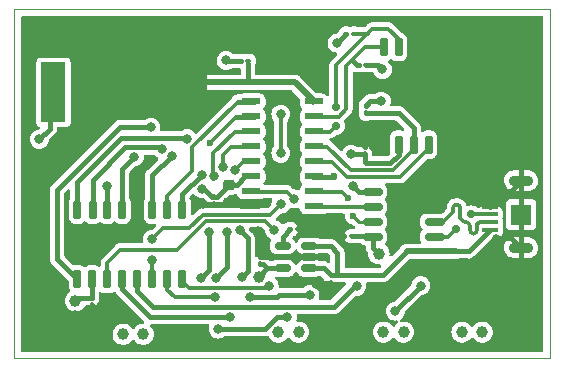
<source format=gbr>
%TF.GenerationSoftware,KiCad,Pcbnew,7.0.6*%
%TF.CreationDate,2024-03-03T22:58:42+08:00*%
%TF.ProjectId,Digital Clock,44696769-7461-46c2-9043-6c6f636b2e6b,_____*%
%TF.SameCoordinates,Original*%
%TF.FileFunction,Copper,L1,Top*%
%TF.FilePolarity,Positive*%
%FSLAX46Y46*%
G04 Gerber Fmt 4.6, Leading zero omitted, Abs format (unit mm)*
G04 Created by KiCad (PCBNEW 7.0.6) date 2024-03-03 22:58:42*
%MOMM*%
%LPD*%
G01*
G04 APERTURE LIST*
G04 Aperture macros list*
%AMRoundRect*
0 Rectangle with rounded corners*
0 $1 Rounding radius*
0 $2 $3 $4 $5 $6 $7 $8 $9 X,Y pos of 4 corners*
0 Add a 4 corners polygon primitive as box body*
4,1,4,$2,$3,$4,$5,$6,$7,$8,$9,$2,$3,0*
0 Add four circle primitives for the rounded corners*
1,1,$1+$1,$2,$3*
1,1,$1+$1,$4,$5*
1,1,$1+$1,$6,$7*
1,1,$1+$1,$8,$9*
0 Add four rect primitives between the rounded corners*
20,1,$1+$1,$2,$3,$4,$5,0*
20,1,$1+$1,$4,$5,$6,$7,0*
20,1,$1+$1,$6,$7,$8,$9,0*
20,1,$1+$1,$8,$9,$2,$3,0*%
G04 Aperture macros list end*
%TA.AperFunction,SMDPad,CuDef*%
%ADD10RoundRect,0.150000X0.512500X0.150000X-0.512500X0.150000X-0.512500X-0.150000X0.512500X-0.150000X0*%
%TD*%
%TA.AperFunction,SMDPad,CuDef*%
%ADD11RoundRect,0.100000X-0.130000X-0.100000X0.130000X-0.100000X0.130000X0.100000X-0.130000X0.100000X0*%
%TD*%
%TA.AperFunction,SMDPad,CuDef*%
%ADD12R,2.100000X5.080000*%
%TD*%
%TA.AperFunction,SMDPad,CuDef*%
%ADD13RoundRect,0.100000X-0.100000X0.130000X-0.100000X-0.130000X0.100000X-0.130000X0.100000X0.130000X0*%
%TD*%
%TA.AperFunction,SMDPad,CuDef*%
%ADD14RoundRect,0.100000X0.100000X-0.130000X0.100000X0.130000X-0.100000X0.130000X-0.100000X-0.130000X0*%
%TD*%
%TA.AperFunction,SMDPad,CuDef*%
%ADD15RoundRect,0.225000X0.250000X-0.225000X0.250000X0.225000X-0.250000X0.225000X-0.250000X-0.225000X0*%
%TD*%
%TA.AperFunction,SMDPad,CuDef*%
%ADD16RoundRect,0.150000X-0.150000X0.650000X-0.150000X-0.650000X0.150000X-0.650000X0.150000X0.650000X0*%
%TD*%
%TA.AperFunction,SMDPad,CuDef*%
%ADD17R,1.390000X0.430000*%
%TD*%
%TA.AperFunction,ComponentPad*%
%ADD18C,0.650000*%
%TD*%
%TA.AperFunction,ComponentPad*%
%ADD19O,2.090000X0.930000*%
%TD*%
%TA.AperFunction,SMDPad,CuDef*%
%ADD20R,1.800000X1.800000*%
%TD*%
%TA.AperFunction,SMDPad,CuDef*%
%ADD21RoundRect,0.137500X-0.662500X-0.137500X0.662500X-0.137500X0.662500X0.137500X-0.662500X0.137500X0*%
%TD*%
%TA.AperFunction,SMDPad,CuDef*%
%ADD22RoundRect,0.100000X0.130000X0.100000X-0.130000X0.100000X-0.130000X-0.100000X0.130000X-0.100000X0*%
%TD*%
%TA.AperFunction,SMDPad,CuDef*%
%ADD23RoundRect,0.150000X0.675000X0.150000X-0.675000X0.150000X-0.675000X-0.150000X0.675000X-0.150000X0*%
%TD*%
%TA.AperFunction,SMDPad,CuDef*%
%ADD24RoundRect,0.150000X0.150000X-0.650000X0.150000X0.650000X-0.150000X0.650000X-0.150000X-0.650000X0*%
%TD*%
%TA.AperFunction,ComponentPad*%
%ADD25C,1.000000*%
%TD*%
%TA.AperFunction,ViaPad*%
%ADD26C,0.800000*%
%TD*%
%TA.AperFunction,ViaPad*%
%ADD27C,1.000000*%
%TD*%
%TA.AperFunction,ViaPad*%
%ADD28C,2.000000*%
%TD*%
%TA.AperFunction,ViaPad*%
%ADD29C,1.200000*%
%TD*%
%TA.AperFunction,ViaPad*%
%ADD30C,0.700000*%
%TD*%
%TA.AperFunction,ViaPad*%
%ADD31C,0.600000*%
%TD*%
%TA.AperFunction,Conductor*%
%ADD32C,0.400000*%
%TD*%
%TA.AperFunction,Conductor*%
%ADD33C,0.300000*%
%TD*%
%TA.AperFunction,Conductor*%
%ADD34C,0.500000*%
%TD*%
%TA.AperFunction,Conductor*%
%ADD35C,0.250000*%
%TD*%
%TA.AperFunction,Profile*%
%ADD36C,0.100000*%
%TD*%
G04 APERTURE END LIST*
D10*
%TO.P,U2,1,IN*%
%TO.N,Net-(J1-VBUS)*%
X68422100Y-41336000D03*
%TO.P,U2,2,GND*%
%TO.N,GND*%
X68422100Y-40386000D03*
%TO.P,U2,3,EN*%
%TO.N,Net-(J1-VBUS)*%
X68422100Y-39436000D03*
%TO.P,U2,4,BP*%
%TO.N,Net-(U2-BP)*%
X66147100Y-39436000D03*
%TO.P,U2,5,OUT*%
%TO.N,VCC*%
X66147100Y-41336000D03*
%TD*%
D11*
%TO.P,R3,1*%
%TO.N,VCC*%
X71550000Y-21460000D03*
%TO.P,R3,2*%
%TO.N,/P3.7*%
X72190000Y-21460000D03*
%TD*%
D12*
%TO.P,BZ1,1,-*%
%TO.N,/P1.1*%
X46750000Y-26430000D03*
%TO.P,BZ1,2,+*%
%TO.N,GND*%
X58750000Y-26430000D03*
%TD*%
D13*
%TO.P,C5,1*%
%TO.N,VCC*%
X50010000Y-43840000D03*
%TO.P,C5,2*%
%TO.N,GND*%
X50010000Y-44480000D03*
%TD*%
D14*
%TO.P,C4,1*%
%TO.N,VCC*%
X73100000Y-31680000D03*
%TO.P,C4,2*%
%TO.N,GND*%
X73100000Y-31040000D03*
%TD*%
D11*
%TO.P,CBP1,2*%
%TO.N,GND*%
X67426800Y-38023800D03*
%TO.P,CBP1,1*%
%TO.N,Net-(U2-BP)*%
X66786800Y-38023800D03*
%TD*%
D15*
%TO.P,C2,1*%
%TO.N,GND*%
X61620000Y-35800000D03*
%TO.P,C2,2*%
%TO.N,VCC*%
X61620000Y-34250000D03*
%TD*%
D16*
%TO.P,U5,1,DIG1*%
%TO.N,/DIG1*%
X57660000Y-36360000D03*
%TO.P,U5,2,SCL*%
%TO.N,/P1.2*%
X56385000Y-36360000D03*
%TO.P,U5,3,SDA*%
%TO.N,/P1.3*%
X55115000Y-36360000D03*
%TO.P,U5,4,GND*%
%TO.N,GND*%
X53845000Y-36360000D03*
%TO.P,U5,5,DIG2*%
%TO.N,/DIG2*%
X52575000Y-36360000D03*
%TO.P,U5,6,DIG3*%
%TO.N,/DIG3*%
X51305000Y-36360000D03*
%TO.P,U5,7,DIG4*%
%TO.N,/DIG4*%
X50060000Y-36360000D03*
%TO.P,U5,8,A/KI1*%
%TO.N,/A*%
X48765000Y-36360000D03*
%TO.P,U5,9,B/KI2*%
%TO.N,/B*%
X48760000Y-42260000D03*
%TO.P,U5,10,VDD*%
%TO.N,VCC*%
X50030000Y-42260000D03*
%TO.P,U5,11,C/KI3*%
%TO.N,/C*%
X51300000Y-42260000D03*
%TO.P,U5,12,D/KI4*%
%TO.N,/D*%
X52570000Y-42260000D03*
%TO.P,U5,13,E/KI5*%
%TO.N,/E*%
X53840000Y-42260000D03*
%TO.P,U5,14,F/KI6*%
%TO.N,/F*%
X55110000Y-42260000D03*
%TO.P,U5,15,G/KI7*%
%TO.N,/G*%
X56380000Y-42260000D03*
%TO.P,U5,16,DP/KP*%
%TO.N,/DP*%
X57650000Y-42260000D03*
%TD*%
D13*
%TO.P,COUT1,1*%
%TO.N,GND*%
X64262000Y-40345400D03*
%TO.P,COUT1,2*%
%TO.N,VCC*%
X64262000Y-40985400D03*
%TD*%
D11*
%TO.P,R4,1*%
%TO.N,/P1.0*%
X72590000Y-24100000D03*
%TO.P,R4,2*%
%TO.N,VCC*%
X73230000Y-24100000D03*
%TD*%
D17*
%TO.P,J1,1,VBUS*%
%TO.N,Net-(J1-VBUS)*%
X83677500Y-38060000D03*
%TO.P,J1,2,D-*%
%TO.N,/UD-*%
X83677500Y-37410000D03*
%TO.P,J1,3,D+*%
%TO.N,/UD+*%
X83677500Y-36760000D03*
%TO.P,J1,4,ID*%
%TO.N,GND*%
X83677500Y-36110000D03*
%TO.P,J1,5,GND*%
X83677500Y-35460000D03*
D18*
%TO.P,J1,6,Shield*%
X84237500Y-38760000D03*
X84237500Y-34760000D03*
D19*
%TO.P,J1,7*%
%TO.N,N/C*%
X86337500Y-39590000D03*
X86337500Y-33910000D03*
D20*
%TO.P,J1,8*%
X86337500Y-36790000D03*
%TD*%
D21*
%TO.P,U4,1,CMPO/T0/P1.2*%
%TO.N,/P1.2*%
X63510000Y-27205000D03*
%TO.P,U4,2,P1.3*%
%TO.N,/P1.3*%
X63510000Y-28475000D03*
%TO.P,U4,3,T0CLKO/P1.4*%
%TO.N,/P1.4*%
X63510000Y-29745000D03*
%TO.P,U4,4,P1.5*%
%TO.N,/P1.5*%
X63510000Y-31015000D03*
%TO.P,U4,5,CMP-/MCLKO/RST/P5.4*%
%TO.N,/P5.4*%
X63510000Y-32285000D03*
%TO.P,U4,6,VCC*%
%TO.N,VCC*%
X63510000Y-33555000D03*
%TO.P,U4,7,CMP+/P5.5*%
%TO.N,/P5.5*%
X63510000Y-34825000D03*
%TO.P,U4,8,GND*%
%TO.N,GND*%
X63510000Y-36095000D03*
%TO.P,U4,9,P3.0/RxD/~{INT4}/T2CLKO*%
%TO.N,/RX*%
X68810000Y-36095000D03*
%TO.P,U4,10,P3.1/TXD/T2*%
%TO.N,/TX*%
X68810000Y-34825000D03*
%TO.P,U4,11,P3.2/INT0*%
%TO.N,/P3.2*%
X68810000Y-33555000D03*
%TO.P,U4,12,P3.3/INT1*%
%TO.N,/P3.3*%
X68810000Y-32285000D03*
%TO.P,U4,13,P3.6/~{INT2}/RXD_2*%
%TO.N,/~{INT2}*%
X68810000Y-31015000D03*
%TO.P,U4,14,P3.7/~{INT3}/TXD_2*%
%TO.N,/P3.7*%
X68810000Y-29745000D03*
%TO.P,U4,15,P1.0/RSTOUT_LOW*%
%TO.N,/P1.0*%
X68810000Y-28475000D03*
%TO.P,U4,16,P1.1*%
%TO.N,/P1.1*%
X68810000Y-27205000D03*
%TD*%
D11*
%TO.P,R5,1*%
%TO.N,VCC*%
X62610000Y-23760000D03*
%TO.P,R5,2*%
%TO.N,/P1.1*%
X63250000Y-23760000D03*
%TD*%
D22*
%TO.P,C1,1*%
%TO.N,VCC*%
X72020000Y-38600000D03*
%TO.P,C1,2*%
%TO.N,GND*%
X71380000Y-38600000D03*
%TD*%
D14*
%TO.P,CIN1,1*%
%TO.N,GND*%
X70205600Y-42560200D03*
%TO.P,CIN1,2*%
%TO.N,Net-(J1-VBUS)*%
X70205600Y-41920200D03*
%TD*%
D23*
%TO.P,U1,1,UD+*%
%TO.N,/UD+*%
X79035000Y-38665000D03*
%TO.P,U1,2,UD-*%
%TO.N,/UD-*%
X79035000Y-37395000D03*
%TO.P,U1,3,GND*%
%TO.N,GND*%
X79035000Y-36125000D03*
%TO.P,U1,4,RTS#*%
X79035000Y-34855000D03*
%TO.P,U1,5,VCC*%
%TO.N,VCC*%
X73785000Y-34855000D03*
%TO.P,U1,6,TXD*%
%TO.N,/RX*%
X73785000Y-36125000D03*
%TO.P,U1,7,RXD*%
%TO.N,/TX*%
X73785000Y-37395000D03*
%TO.P,U1,8,V3*%
%TO.N,VCC*%
X73785000Y-38665000D03*
%TD*%
D24*
%TO.P,U3,1,32kHz*%
%TO.N,GND*%
X74700000Y-30860000D03*
%TO.P,U3,2,VCC*%
%TO.N,VCC*%
X75970000Y-30860000D03*
%TO.P,U3,3,~{INT}/SQW*%
%TO.N,/~{INT2}*%
X77240000Y-30860000D03*
%TO.P,U3,4,~{RST}*%
%TO.N,/P3.3*%
X78510000Y-30860000D03*
%TO.P,U3,5,N.C.*%
%TO.N,GND*%
X79780000Y-30860000D03*
%TO.P,U3,6,N.C.*%
X81050000Y-30860000D03*
%TO.P,U3,7,N.C.*%
X82320000Y-30860000D03*
%TO.P,U3,8,N.C.*%
X83590000Y-30860000D03*
%TO.P,U3,9,N.C.*%
X83595000Y-22610000D03*
%TO.P,U3,10,N.C.*%
X82325000Y-22610000D03*
%TO.P,U3,11,N.C.*%
X81055000Y-22610000D03*
%TO.P,U3,12,N.C.*%
X79785000Y-22610000D03*
%TO.P,U3,13,GND*%
X78515000Y-22610000D03*
%TO.P,U3,14,VBAT*%
X77245000Y-22610000D03*
%TO.P,U3,15,SDA*%
%TO.N,/P3.7*%
X75975000Y-22610000D03*
%TO.P,U3,16,SCL*%
%TO.N,/P1.0*%
X74705000Y-22610000D03*
%TD*%
D14*
%TO.P,C3,1*%
%TO.N,GND*%
X60370000Y-35895000D03*
%TO.P,C3,2*%
%TO.N,VCC*%
X60370000Y-35255000D03*
%TD*%
D13*
%TO.P,R2,1*%
%TO.N,VCC*%
X73210000Y-27560000D03*
%TO.P,R2,2*%
%TO.N,/~{INT2}*%
X73210000Y-28200000D03*
%TD*%
D25*
%TO.P,SW2,4*%
%TO.N,N/C*%
X52656000Y-46920000D03*
X54356000Y-46920000D03*
%TD*%
%TO.P,SW5,4*%
%TO.N,N/C*%
X74690000Y-46740000D03*
X76390000Y-46740000D03*
%TD*%
%TO.P,SW1,4*%
%TO.N,N/C*%
X81350000Y-46740000D03*
X83050000Y-46740000D03*
%TD*%
%TO.P,SW3,4*%
%TO.N,N/C*%
X65800000Y-46740000D03*
X67500000Y-46740000D03*
%TD*%
D26*
%TO.N,GND*%
X68808600Y-38023800D03*
D27*
X64058800Y-38227000D03*
D26*
X68961000Y-42697400D03*
D27*
%TO.N,VCC*%
X64109600Y-42037000D03*
D26*
%TO.N,GND*%
X72110000Y-30460000D03*
X85400000Y-22650000D03*
X70200000Y-38100000D03*
D28*
X86900000Y-21199999D03*
D26*
%TO.N,/P1.1*%
X45550000Y-30410000D03*
D29*
%TO.N,GND*%
X79000000Y-33100000D03*
D27*
X81900000Y-35400000D03*
D26*
X48600000Y-45300000D03*
D29*
X86350000Y-32000000D03*
X86337907Y-41700667D03*
D28*
X45100000Y-46700000D03*
D26*
X59450000Y-35890000D03*
X73130000Y-29320000D03*
D28*
X86900000Y-46700000D03*
X45100000Y-21200000D03*
D26*
X53810000Y-34000000D03*
X85400000Y-30850000D03*
X77250000Y-20850000D03*
D27*
%TO.N,VCC*%
X48610000Y-44100000D03*
D26*
X72110000Y-34360000D03*
X74500000Y-27200000D03*
X59330000Y-34600000D03*
X71970000Y-31690000D03*
X70760000Y-22260000D03*
X74600000Y-24500000D03*
D27*
X74300000Y-40100000D03*
D26*
X61370000Y-23740000D03*
%TO.N,/DIG1*%
X59290000Y-33420000D03*
%TO.N,/DIG4*%
X55900000Y-31200000D03*
%TO.N,/DIG2*%
X53600000Y-31900000D03*
%TO.N,/DIG3*%
X51290000Y-34370000D03*
%TO.N,/A*%
X58050000Y-30350000D03*
%TO.N,/B*%
X55000000Y-29400000D03*
%TO.N,/C*%
X65455800Y-38074600D03*
%TO.N,/D*%
X61710000Y-45460000D03*
%TO.N,/E*%
X72410000Y-42860000D03*
%TO.N,/F*%
X66000000Y-28300000D03*
X66000000Y-31600000D03*
X55110000Y-38860000D03*
X55110000Y-40660000D03*
X66000000Y-35900000D03*
%TO.N,/G*%
X60410000Y-43760000D03*
%TO.N,/DP*%
X65010000Y-42860000D03*
D30*
%TO.N,/UD+*%
X82110000Y-36760000D03*
X80840000Y-38010000D03*
%TO.N,/P3.7*%
X70660000Y-29280000D03*
X70660000Y-27680000D03*
D26*
%TO.N,/P3.2*%
X77851000Y-42799000D03*
D31*
X70510000Y-33560000D03*
D26*
X75692000Y-44958000D03*
%TO.N,/P1.4*%
X59210000Y-42160000D03*
X60310000Y-33560000D03*
X59910000Y-38260000D03*
%TO.N,/P1.5*%
X61470000Y-38270000D03*
X66548000Y-45466000D03*
X60510000Y-42160000D03*
X60706000Y-46482000D03*
X61110000Y-32760000D03*
%TO.N,/P5.4*%
X62500000Y-38100000D03*
X62130000Y-33000000D03*
X68453000Y-43561000D03*
X63400000Y-43800000D03*
X62700000Y-42100000D03*
D31*
%TO.N,/TX*%
X71710000Y-35360000D03*
X72100000Y-36900000D03*
%TO.N,/P1.3*%
X59980000Y-30730000D03*
D26*
X56780000Y-31810000D03*
%TO.N,/P5.5*%
X67110000Y-35460000D03*
%TD*%
D32*
%TO.N,GND*%
X67426800Y-38023800D02*
X68808600Y-38023800D01*
%TO.N,Net-(U2-BP)*%
X66147100Y-38663500D02*
X66786800Y-38023800D01*
X66147100Y-39436000D02*
X66147100Y-38663500D01*
%TO.N,GND*%
X69098200Y-42560200D02*
X70205600Y-42560200D01*
X68961000Y-42697400D02*
X69098200Y-42560200D01*
D33*
%TO.N,/C*%
X51300000Y-40870000D02*
X51300000Y-42260000D01*
X52410000Y-39760000D02*
X51300000Y-40870000D01*
X57210000Y-39760000D02*
X52410000Y-39760000D01*
X65455800Y-38074600D02*
X64691200Y-37310000D01*
X64691200Y-37310000D02*
X59660000Y-37310000D01*
X59660000Y-37310000D02*
X57210000Y-39760000D01*
D32*
%TO.N,GND*%
X64262000Y-38430200D02*
X64262000Y-40345400D01*
X64058800Y-38227000D02*
X64262000Y-38430200D01*
%TO.N,Net-(J1-VBUS)*%
X70789800Y-40005000D02*
X70789800Y-41859200D01*
X70231000Y-39446200D02*
X70789800Y-40005000D01*
X68912417Y-39436000D02*
X68922617Y-39446200D01*
X68922617Y-39446200D02*
X70231000Y-39446200D01*
X68422100Y-39436000D02*
X68912417Y-39436000D01*
X70205600Y-41920200D02*
X70916800Y-41920200D01*
X70916800Y-41920200D02*
X74629800Y-41920200D01*
X74629800Y-41920200D02*
X76650000Y-39900000D01*
X69621400Y-41336000D02*
X70205600Y-41920200D01*
X68422100Y-41336000D02*
X69621400Y-41336000D01*
%TO.N,GND*%
X64262000Y-40345400D02*
X68381500Y-40345400D01*
X68381500Y-40345400D02*
X68422100Y-40386000D01*
%TO.N,VCC*%
X64460000Y-40985400D02*
X64810600Y-41336000D01*
X64262000Y-40985400D02*
X64460000Y-40985400D01*
X64810600Y-41336000D02*
X64109600Y-42037000D01*
X66147100Y-41336000D02*
X64810600Y-41336000D01*
D34*
%TO.N,/P1.1*%
X58422500Y-26347500D02*
X59170000Y-25600000D01*
D32*
X63220000Y-24000000D02*
X63220000Y-25575000D01*
D34*
X68710000Y-27110000D02*
X68710000Y-27215000D01*
X59170000Y-25600000D02*
X67200000Y-25600000D01*
X67200000Y-25600000D02*
X68710000Y-27110000D01*
D32*
%TO.N,GND*%
X73100000Y-29350000D02*
X73130000Y-29320000D01*
X83677500Y-35460000D02*
X83677500Y-36110000D01*
X61525000Y-35895000D02*
X61620000Y-35800000D01*
X79000000Y-33100000D02*
X79035000Y-33135000D01*
X77250000Y-20850000D02*
X77245000Y-20855000D01*
X85487500Y-34760000D02*
X86337500Y-33910000D01*
X86337500Y-32012500D02*
X86337500Y-33910000D01*
X73900000Y-30860000D02*
X73100000Y-30060000D01*
X70700000Y-38600000D02*
X71380000Y-38600000D01*
X48600000Y-45300000D02*
X49190000Y-45300000D01*
D34*
X53810000Y-34000000D02*
X53845000Y-34035000D01*
D32*
X81960000Y-35460000D02*
X83677500Y-35460000D01*
D34*
X53845000Y-34035000D02*
X53845000Y-36360000D01*
D32*
X78515000Y-22610000D02*
X79785000Y-22610000D01*
X86337500Y-41700260D02*
X86337907Y-41700667D01*
X79035000Y-36125000D02*
X79035000Y-34855000D01*
X61630000Y-35810000D02*
X62330000Y-35810000D01*
X82320000Y-30860000D02*
X83590000Y-30860000D01*
X79780000Y-30860000D02*
X81050000Y-30860000D01*
X85390000Y-30860000D02*
X85400000Y-30850000D01*
X86337500Y-39590000D02*
X86337500Y-36790000D01*
X86337500Y-33910000D02*
X86337500Y-36790000D01*
X74700000Y-30860000D02*
X73900000Y-30860000D01*
X79785000Y-22610000D02*
X81055000Y-22610000D01*
X62615000Y-36095000D02*
X63510000Y-36095000D01*
X86350000Y-32000000D02*
X86337500Y-32012500D01*
X85360000Y-22610000D02*
X85400000Y-22650000D01*
X59455000Y-35895000D02*
X60370000Y-35895000D01*
X86337500Y-39590000D02*
X86337500Y-41700260D01*
X79035000Y-33135000D02*
X79035000Y-34855000D01*
X83590000Y-30860000D02*
X85390000Y-30860000D01*
X72110000Y-30460000D02*
X72520000Y-30460000D01*
X82325000Y-22610000D02*
X83595000Y-22610000D01*
X49190000Y-45300000D02*
X50010000Y-44480000D01*
X60370000Y-35895000D02*
X61525000Y-35895000D01*
X73100000Y-30060000D02*
X73100000Y-29350000D01*
X72520000Y-30460000D02*
X73100000Y-31040000D01*
X81050000Y-30860000D02*
X82320000Y-30860000D01*
%TO.N,/P1.1*%
X46422500Y-29527500D02*
X46422500Y-26347500D01*
%TO.N,GND*%
X70200000Y-38100000D02*
X70700000Y-38600000D01*
X84237500Y-38760000D02*
X85507500Y-38760000D01*
%TO.N,/P1.1*%
X45550000Y-30400000D02*
X46422500Y-29527500D01*
%TO.N,GND*%
X84237500Y-34760000D02*
X85487500Y-34760000D01*
X59450000Y-35890000D02*
X59455000Y-35895000D01*
%TO.N,/P1.1*%
X45550000Y-30410000D02*
X45550000Y-30400000D01*
%TO.N,GND*%
X62330000Y-35810000D02*
X62615000Y-36095000D01*
X61620000Y-35800000D02*
X61630000Y-35810000D01*
X85507500Y-38760000D02*
X86337500Y-39590000D01*
X83595000Y-22610000D02*
X85360000Y-22610000D01*
X77245000Y-20855000D02*
X77245000Y-22610000D01*
X81055000Y-22610000D02*
X82325000Y-22610000D01*
%TO.N,VCC*%
X73720000Y-38600000D02*
X73785000Y-38665000D01*
X61390000Y-23760000D02*
X62610000Y-23760000D01*
X62310000Y-34250000D02*
X61620000Y-34250000D01*
X59520000Y-34600000D02*
X60175000Y-35255000D01*
X50010000Y-43840000D02*
X50010000Y-42280000D01*
X70760000Y-22260000D02*
X70760000Y-22250000D01*
X74300000Y-40100000D02*
X73785000Y-39585000D01*
X70760000Y-22250000D02*
X71510000Y-21500000D01*
X75270000Y-32430000D02*
X73220000Y-32430000D01*
X73210000Y-27560000D02*
X73570000Y-27200000D01*
X75970000Y-31730000D02*
X75270000Y-32430000D01*
X73100000Y-31680000D02*
X71980000Y-31680000D01*
X73785000Y-39585000D02*
X73785000Y-38665000D01*
X73570000Y-27200000D02*
X74500000Y-27200000D01*
X60370000Y-35255000D02*
X60615000Y-35255000D01*
X74200000Y-24100000D02*
X74600000Y-24500000D01*
X60175000Y-35255000D02*
X60370000Y-35255000D01*
X73220000Y-32430000D02*
X73100000Y-32310000D01*
X48610000Y-44100000D02*
X48870000Y-43840000D01*
X50010000Y-42280000D02*
X50030000Y-42260000D01*
X61370000Y-23740000D02*
X61390000Y-23760000D01*
X48870000Y-43840000D02*
X50010000Y-43840000D01*
X59330000Y-34600000D02*
X59520000Y-34600000D01*
X73230000Y-24100000D02*
X74200000Y-24100000D01*
X75970000Y-31730000D02*
X75970000Y-30860000D01*
X72605000Y-34855000D02*
X73785000Y-34855000D01*
X73100000Y-32310000D02*
X73100000Y-31680000D01*
X63005000Y-33555000D02*
X62310000Y-34250000D01*
X60615000Y-35255000D02*
X61620000Y-34250000D01*
X72020000Y-38600000D02*
X73720000Y-38600000D01*
X72110000Y-34360000D02*
X72605000Y-34855000D01*
X63510000Y-33555000D02*
X63005000Y-33555000D01*
X71980000Y-31680000D02*
X71970000Y-31690000D01*
D34*
%TO.N,Net-(J1-VBUS)*%
X76650000Y-39900000D02*
X80850000Y-39900000D01*
D32*
X83677500Y-38060000D02*
X83677500Y-38122500D01*
X81900000Y-39900000D02*
X80850000Y-39900000D01*
X83677500Y-38122500D02*
X81900000Y-39900000D01*
%TO.N,/DIG1*%
X57660000Y-35050000D02*
X57660000Y-36360000D01*
X59290000Y-33420000D02*
X57660000Y-35050000D01*
%TO.N,/DIG4*%
X55900000Y-31200000D02*
X55800000Y-31100000D01*
X52790000Y-31100000D02*
X50060000Y-33830000D01*
X50060000Y-33830000D02*
X50060000Y-36360000D01*
X55800000Y-31100000D02*
X52790000Y-31100000D01*
%TO.N,/DIG2*%
X53600000Y-31900000D02*
X52575000Y-32925000D01*
X52575000Y-32925000D02*
X52575000Y-36360000D01*
%TO.N,/DIG3*%
X51310000Y-34390000D02*
X51290000Y-34370000D01*
X51310000Y-36355000D02*
X51310000Y-34390000D01*
X51305000Y-36360000D02*
X51310000Y-36355000D01*
%TO.N,/A*%
X58000000Y-30300000D02*
X52480000Y-30300000D01*
X58050000Y-30350000D02*
X58000000Y-30300000D01*
X48765000Y-34015000D02*
X48765000Y-36360000D01*
X52480000Y-30300000D02*
X48765000Y-34015000D01*
%TO.N,/B*%
X55000000Y-29400000D02*
X52360000Y-29400000D01*
X52360000Y-29400000D02*
X47080000Y-34680000D01*
X47080000Y-40580000D02*
X48760000Y-42260000D01*
X47080000Y-34680000D02*
X47080000Y-40580000D01*
%TO.N,/D*%
X52570000Y-43120000D02*
X52570000Y-42260000D01*
X61710000Y-45460000D02*
X54910000Y-45460000D01*
X54910000Y-45460000D02*
X52570000Y-43120000D01*
%TO.N,/E*%
X70500000Y-44600000D02*
X55150000Y-44600000D01*
X72240000Y-42860000D02*
X70500000Y-44600000D01*
X72410000Y-42860000D02*
X72240000Y-42860000D01*
X55150000Y-44600000D02*
X53840000Y-43290000D01*
X53840000Y-43290000D02*
X53840000Y-42260000D01*
D33*
%TO.N,/F*%
X66000000Y-28300000D02*
X66000000Y-31600000D01*
X55110000Y-42260000D02*
X55110000Y-40660000D01*
X66000000Y-35900000D02*
X65100000Y-36800000D01*
X59370000Y-36800000D02*
X58210000Y-37960000D01*
X65100000Y-36800000D02*
X59370000Y-36800000D01*
X58210000Y-37960000D02*
X56010000Y-37960000D01*
X56010000Y-37960000D02*
X55110000Y-38860000D01*
%TO.N,/G*%
X60410000Y-43760000D02*
X57010000Y-43760000D01*
X56380000Y-43130000D02*
X56380000Y-42260000D01*
X57010000Y-43760000D02*
X56380000Y-43130000D01*
%TO.N,/DP*%
X64910000Y-42960000D02*
X58210000Y-42960000D01*
X57650000Y-42400000D02*
X57650000Y-42260000D01*
X65010000Y-42860000D02*
X64910000Y-42960000D01*
X58210000Y-42960000D02*
X57650000Y-42400000D01*
%TO.N,/UD-*%
X80350000Y-36790000D02*
X80340000Y-36790000D01*
X82820000Y-37410000D02*
X82610000Y-37620000D01*
X81710000Y-37450000D02*
X81660000Y-37450000D01*
X81190000Y-37110140D02*
X81190000Y-36250000D01*
X79735000Y-37395000D02*
X79035000Y-37395000D01*
X82610000Y-37620000D02*
X82610000Y-38100000D01*
X80340000Y-36790000D02*
X79735000Y-37395000D01*
X80592882Y-36190900D02*
X80592882Y-36547118D01*
X80592882Y-36547118D02*
X80350000Y-36790000D01*
X82010000Y-38100000D02*
X82010000Y-37750000D01*
X81423468Y-37343608D02*
X81190000Y-37110140D01*
X83677500Y-37410000D02*
X82820000Y-37410000D01*
X83210000Y-37400000D02*
G75*
G03*
X83260000Y-37450000I50000J0D01*
G01*
X81423486Y-37343593D02*
G75*
G03*
X81660000Y-37450000I234014J204093D01*
G01*
X82010000Y-37750000D02*
G75*
G03*
X81710000Y-37450000I-300000J0D01*
G01*
X81190000Y-36250000D02*
G75*
G03*
X80890000Y-35950000I-300000J0D01*
G01*
X82310000Y-38400000D02*
G75*
G03*
X82610000Y-38100000I0J300000D01*
G01*
X82010000Y-38100000D02*
G75*
G03*
X82310000Y-38400000I300000J0D01*
G01*
X80890000Y-35949970D02*
G75*
G03*
X80592882Y-36190900I2400J-306630D01*
G01*
X83210000Y-37400000D02*
G75*
G03*
X83160000Y-37350000I-50000J0D01*
G01*
%TO.N,/UD+*%
X79035000Y-38665000D02*
X80185000Y-38665000D01*
X80185000Y-38665000D02*
X80840000Y-38010000D01*
X82110000Y-36760000D02*
X83677500Y-36760000D01*
%TO.N,/~{INT2}*%
X77240000Y-30860000D02*
X77240000Y-31270000D01*
X71920000Y-33040000D02*
X69905000Y-31025000D01*
X69905000Y-31025000D02*
X68710000Y-31025000D01*
D32*
X77240000Y-29440000D02*
X77240000Y-30860000D01*
X76000000Y-28200000D02*
X77240000Y-29440000D01*
D33*
X77240000Y-31270000D02*
X75470000Y-33040000D01*
D32*
X73210000Y-28200000D02*
X76000000Y-28200000D01*
D33*
X75470000Y-33040000D02*
X71920000Y-33040000D01*
%TO.N,/P3.7*%
X70185000Y-29755000D02*
X68710000Y-29755000D01*
X75975000Y-21945000D02*
X75975000Y-22610000D01*
X73740000Y-21060000D02*
X75090000Y-21060000D01*
X73340000Y-21460000D02*
X73350000Y-21450000D01*
X70660000Y-27680000D02*
X70660000Y-24140000D01*
X70660000Y-24140000D02*
X73350000Y-21450000D01*
X73350000Y-21450000D02*
X73740000Y-21060000D01*
X70660000Y-29280000D02*
X70185000Y-29755000D01*
X75090000Y-21060000D02*
X75975000Y-21945000D01*
X72190000Y-21460000D02*
X73340000Y-21460000D01*
%TO.N,/P1.0*%
X72050000Y-23700000D02*
X71520000Y-24230000D01*
D32*
X72420000Y-24100000D02*
X72050000Y-23730000D01*
D33*
X73140000Y-22610000D02*
X72050000Y-23700000D01*
X72050000Y-23730000D02*
X72050000Y-23700000D01*
X71520000Y-27860000D02*
X70895000Y-28485000D01*
X70895000Y-28485000D02*
X68710000Y-28485000D01*
X74705000Y-22610000D02*
X73140000Y-22610000D01*
X71520000Y-24230000D02*
X71520000Y-27860000D01*
D32*
X72590000Y-24100000D02*
X72420000Y-24100000D01*
%TO.N,/P3.2*%
X70510000Y-33560000D02*
X70505000Y-33565000D01*
X70505000Y-33565000D02*
X68710000Y-33565000D01*
X75692000Y-44958000D02*
X77851000Y-42799000D01*
%TO.N,/P1.4*%
X60230000Y-33710000D02*
X60310000Y-33630000D01*
D33*
X63710000Y-29755000D02*
X62085000Y-29755000D01*
D32*
X60310000Y-33630000D02*
X60310000Y-33560000D01*
D33*
X60230000Y-31610000D02*
X60230000Y-33710000D01*
D32*
X59910000Y-41460000D02*
X59210000Y-42160000D01*
D33*
X62085000Y-29755000D02*
X60230000Y-31610000D01*
D32*
X59910000Y-38260000D02*
X59910000Y-41460000D01*
D33*
%TO.N,/P1.5*%
X61110000Y-32710000D02*
X61020000Y-32800000D01*
X63710000Y-31025000D02*
X61805000Y-31025000D01*
D32*
X61470000Y-38270000D02*
X61470000Y-41200000D01*
D33*
X61110000Y-31720000D02*
X61110000Y-32710000D01*
D32*
X61110000Y-32760000D02*
X61060000Y-32760000D01*
X60706000Y-46482000D02*
X64679142Y-46482000D01*
X61470000Y-41200000D02*
X60510000Y-42160000D01*
X61060000Y-32760000D02*
X61020000Y-32800000D01*
X64679142Y-46482000D02*
X65695142Y-45466000D01*
X65695142Y-45466000D02*
X66548000Y-45466000D01*
D33*
X61805000Y-31025000D02*
X61110000Y-31720000D01*
D32*
%TO.N,/P5.4*%
X63200000Y-41600000D02*
X62700000Y-42100000D01*
X68453000Y-43561000D02*
X65862200Y-43561000D01*
X65659000Y-43764200D02*
X63435800Y-43764200D01*
D33*
X63710000Y-32295000D02*
X62835000Y-32295000D01*
D32*
X63200000Y-38800000D02*
X63200000Y-41600000D01*
D33*
X62835000Y-32295000D02*
X62130000Y-33000000D01*
D32*
X62500000Y-38100000D02*
X63200000Y-38800000D01*
X63435800Y-43764200D02*
X63400000Y-43800000D01*
X65862200Y-43561000D02*
X65659000Y-43764200D01*
D33*
%TO.N,/RX*%
X73785000Y-36125000D02*
X69630000Y-36125000D01*
X69630000Y-36125000D02*
X69610000Y-36105000D01*
D35*
%TO.N,/TX*%
X72595000Y-37395000D02*
X72100000Y-36900000D01*
D33*
X71185000Y-34835000D02*
X69610000Y-34835000D01*
D35*
X73785000Y-37395000D02*
X72595000Y-37395000D01*
D33*
X71710000Y-35360000D02*
X71185000Y-34835000D01*
%TO.N,/P3.3*%
X68710000Y-32295000D02*
X70335000Y-32295000D01*
X78510000Y-31190000D02*
X78510000Y-30860000D01*
X70335000Y-32295000D02*
X71620000Y-33580000D01*
X76120000Y-33580000D02*
X78510000Y-31190000D01*
X71620000Y-33580000D02*
X76120000Y-33580000D01*
%TO.N,/P1.2*%
X58500000Y-33120000D02*
X56385000Y-35235000D01*
D32*
X63710000Y-27215000D02*
X62365000Y-27215000D01*
D33*
X62365000Y-27215000D02*
X58500000Y-31080000D01*
X56385000Y-35235000D02*
X56385000Y-35605000D01*
D32*
X56385000Y-35605000D02*
X56385000Y-36360000D01*
D33*
X58500000Y-31080000D02*
X58500000Y-33120000D01*
%TO.N,/P1.3*%
X59980000Y-30730000D02*
X62225000Y-28485000D01*
D32*
X55115000Y-33475000D02*
X55115000Y-36360000D01*
X62225000Y-28485000D02*
X63710000Y-28485000D01*
X56780000Y-31810000D02*
X55115000Y-33475000D01*
D33*
%TO.N,/P5.5*%
X66485000Y-34835000D02*
X63710000Y-34835000D01*
X67110000Y-35460000D02*
X66485000Y-34835000D01*
%TD*%
%TA.AperFunction,Conductor*%
%TO.N,GND*%
G36*
X67347035Y-41635723D02*
G01*
X67396293Y-41686852D01*
X67401815Y-41698943D01*
X67425238Y-41758341D01*
X67425241Y-41758345D01*
X67516677Y-41878922D01*
X67637254Y-41970358D01*
X67637258Y-41970361D01*
X67778035Y-42025877D01*
X67778034Y-42025877D01*
X67805994Y-42029234D01*
X67866498Y-42036500D01*
X67866501Y-42036500D01*
X68977699Y-42036500D01*
X68977702Y-42036500D01*
X69066164Y-42025877D01*
X69206942Y-41970361D01*
X69206946Y-41970358D01*
X69217831Y-41962104D01*
X69284195Y-41936879D01*
X69293966Y-41936500D01*
X69320475Y-41936500D01*
X69388596Y-41956502D01*
X69409570Y-41973405D01*
X69602631Y-42166466D01*
X69631591Y-42211526D01*
X69661804Y-42292531D01*
X69664954Y-42296739D01*
X69748053Y-42407746D01*
X69797466Y-42444736D01*
X69863269Y-42493996D01*
X69863271Y-42493996D01*
X69863273Y-42493998D01*
X69923630Y-42516509D01*
X69998114Y-42544290D01*
X69998117Y-42544291D01*
X70057727Y-42550700D01*
X70353472Y-42550699D01*
X70395724Y-42546157D01*
X70413076Y-42544292D01*
X70413077Y-42544291D01*
X70413083Y-42544291D01*
X70455034Y-42528644D01*
X70499066Y-42520700D01*
X70877439Y-42520700D01*
X71425874Y-42520700D01*
X71493995Y-42540702D01*
X71540488Y-42594358D01*
X71550592Y-42664632D01*
X71521098Y-42729212D01*
X71514969Y-42735795D01*
X70288170Y-43962595D01*
X70225858Y-43996620D01*
X70199075Y-43999500D01*
X69325234Y-43999500D01*
X69257113Y-43979498D01*
X69210620Y-43925842D01*
X69200516Y-43855568D01*
X69206305Y-43831885D01*
X69238368Y-43740255D01*
X69258565Y-43561000D01*
X69238368Y-43381745D01*
X69178789Y-43211478D01*
X69178787Y-43211475D01*
X69178787Y-43211474D01*
X69082817Y-43058739D01*
X69082816Y-43058737D01*
X68955262Y-42931183D01*
X68955260Y-42931182D01*
X68802525Y-42835212D01*
X68802522Y-42835211D01*
X68802521Y-42835211D01*
X68632255Y-42775632D01*
X68453000Y-42755435D01*
X68452999Y-42755435D01*
X68426926Y-42758372D01*
X68273745Y-42775632D01*
X68273742Y-42775632D01*
X68273742Y-42775633D01*
X68103477Y-42835211D01*
X68103474Y-42835212D01*
X67950745Y-42931178D01*
X67948450Y-42933009D01*
X67946685Y-42933729D01*
X67944746Y-42934948D01*
X67944532Y-42934608D01*
X67882720Y-42959845D01*
X67869887Y-42960500D01*
X65939489Y-42960500D01*
X65871368Y-42940498D01*
X65824875Y-42886842D01*
X65814281Y-42848608D01*
X65812772Y-42835212D01*
X65795368Y-42680745D01*
X65735789Y-42510478D01*
X65735787Y-42510475D01*
X65735787Y-42510474D01*
X65639817Y-42357739D01*
X65639816Y-42357737D01*
X65533674Y-42251595D01*
X65499648Y-42189283D01*
X65504713Y-42118468D01*
X65547260Y-42061632D01*
X65613780Y-42036821D01*
X65622769Y-42036500D01*
X66702699Y-42036500D01*
X66702702Y-42036500D01*
X66791164Y-42025877D01*
X66931942Y-41970361D01*
X67052522Y-41878922D01*
X67143961Y-41758342D01*
X67167385Y-41698942D01*
X67210983Y-41642910D01*
X67277954Y-41619342D01*
X67347035Y-41635723D01*
G37*
%TD.AperFunction*%
%TA.AperFunction,Conductor*%
G36*
X67577705Y-36222470D02*
G01*
X67610452Y-36285463D01*
X67611912Y-36294706D01*
X67619882Y-36361077D01*
X67674137Y-36498656D01*
X67674139Y-36498659D01*
X67763499Y-36616500D01*
X67775749Y-36625789D01*
X67881342Y-36705862D01*
X67934394Y-36726783D01*
X68018922Y-36760117D01*
X68018921Y-36760117D01*
X68042520Y-36762950D01*
X68105382Y-36770500D01*
X68105385Y-36770500D01*
X69514615Y-36770500D01*
X69514618Y-36770500D01*
X69601077Y-36760117D01*
X69738658Y-36705862D01*
X69742662Y-36702826D01*
X69744933Y-36701104D01*
X69811297Y-36675879D01*
X69821068Y-36675500D01*
X71279390Y-36675500D01*
X71347511Y-36695502D01*
X71394004Y-36749158D01*
X71404471Y-36816688D01*
X71394355Y-36899997D01*
X71394355Y-36900002D01*
X71414859Y-37068871D01*
X71475179Y-37227925D01*
X71475181Y-37227929D01*
X71571816Y-37367928D01*
X71571818Y-37367930D01*
X71698320Y-37480001D01*
X71699148Y-37480734D01*
X71849775Y-37559790D01*
X71849776Y-37559790D01*
X71849778Y-37559791D01*
X71897727Y-37571609D01*
X72014944Y-37600500D01*
X72014950Y-37600500D01*
X72020020Y-37601116D01*
X72085234Y-37629180D01*
X72093922Y-37637092D01*
X72172118Y-37715288D01*
X72217073Y-37760243D01*
X72242528Y-37787499D01*
X72274405Y-37850936D01*
X72266925Y-37921538D01*
X72222463Y-37976888D01*
X72155134Y-37999413D01*
X72150442Y-37999500D01*
X71842134Y-37999500D01*
X71842113Y-37999502D01*
X71782519Y-38005908D01*
X71782518Y-38005908D01*
X71647673Y-38056201D01*
X71647670Y-38056203D01*
X71532453Y-38142453D01*
X71446203Y-38257670D01*
X71446201Y-38257673D01*
X71395909Y-38392515D01*
X71389500Y-38452121D01*
X71389500Y-38747864D01*
X71389502Y-38747885D01*
X71395908Y-38807480D01*
X71395908Y-38807481D01*
X71446201Y-38942326D01*
X71446203Y-38942329D01*
X71446204Y-38942331D01*
X71470947Y-38975383D01*
X71532453Y-39057546D01*
X71572255Y-39087341D01*
X71647669Y-39143796D01*
X71647671Y-39143796D01*
X71647673Y-39143798D01*
X71708030Y-39166309D01*
X71782514Y-39194090D01*
X71782517Y-39194091D01*
X71842127Y-39200500D01*
X71970475Y-39200499D01*
X71970487Y-39200500D01*
X71980639Y-39200500D01*
X72664919Y-39200500D01*
X72733040Y-39220502D01*
X72741053Y-39226103D01*
X72837654Y-39299358D01*
X72837658Y-39299361D01*
X72978435Y-39354877D01*
X72978434Y-39354877D01*
X73070637Y-39365949D01*
X73070502Y-39367065D01*
X73132806Y-39389464D01*
X73176025Y-39445791D01*
X73184500Y-39491222D01*
X73184500Y-39541505D01*
X73183960Y-39549737D01*
X73179318Y-39584999D01*
X73179318Y-39585000D01*
X73184500Y-39624361D01*
X73199955Y-39741760D01*
X73200432Y-39742910D01*
X73260464Y-39887841D01*
X73356718Y-40013282D01*
X73356722Y-40013285D01*
X73357629Y-40014192D01*
X73358153Y-40015151D01*
X73361746Y-40019834D01*
X73361016Y-40020394D01*
X73391659Y-40076502D01*
X73393483Y-40093471D01*
X73393850Y-40093433D01*
X73394540Y-40099999D01*
X73394540Y-40100000D01*
X73396216Y-40115950D01*
X73414325Y-40288256D01*
X73472818Y-40468278D01*
X73472822Y-40468286D01*
X73567465Y-40632214D01*
X73567466Y-40632216D01*
X73694126Y-40772886D01*
X73847267Y-40884149D01*
X73847267Y-40884150D01*
X73880787Y-40899074D01*
X74020197Y-40961144D01*
X74205354Y-41000500D01*
X74396075Y-41000500D01*
X74464196Y-41020502D01*
X74510689Y-41074158D01*
X74520793Y-41144432D01*
X74491299Y-41209012D01*
X74485170Y-41215595D01*
X74417970Y-41282795D01*
X74355658Y-41316821D01*
X74328875Y-41319700D01*
X71516300Y-41319700D01*
X71448179Y-41299698D01*
X71401686Y-41246042D01*
X71390300Y-41193700D01*
X71390300Y-40048501D01*
X71390840Y-40040269D01*
X71395483Y-40005000D01*
X71374844Y-39848239D01*
X71349417Y-39786852D01*
X71314336Y-39702159D01*
X71314334Y-39702156D01*
X71310674Y-39697386D01*
X71218081Y-39576717D01*
X71189855Y-39555058D01*
X71183661Y-39549626D01*
X70686366Y-39052331D01*
X70680940Y-39046143D01*
X70659282Y-39017918D01*
X70533841Y-38921664D01*
X70481586Y-38900019D01*
X70387760Y-38861155D01*
X70351484Y-38856380D01*
X70231000Y-38840518D01*
X70230999Y-38840518D01*
X70195738Y-38845160D01*
X70187506Y-38845700D01*
X69307417Y-38845700D01*
X69239296Y-38825698D01*
X69231283Y-38820097D01*
X69206945Y-38801641D01*
X69206941Y-38801638D01*
X69066164Y-38746122D01*
X69066165Y-38746122D01*
X68977705Y-38735500D01*
X68977702Y-38735500D01*
X67866498Y-38735500D01*
X67866494Y-38735500D01*
X67778035Y-38746122D01*
X67637258Y-38801638D01*
X67637254Y-38801641D01*
X67516677Y-38893077D01*
X67425241Y-39013654D01*
X67425240Y-39013656D01*
X67425239Y-39013657D01*
X67425239Y-39013658D01*
X67415146Y-39039252D01*
X67401815Y-39073057D01*
X67358216Y-39129090D01*
X67291245Y-39152657D01*
X67222165Y-39136275D01*
X67172907Y-39085146D01*
X67167385Y-39073057D01*
X67159215Y-39052340D01*
X67143961Y-39013658D01*
X67114936Y-38975383D01*
X67052523Y-38893079D01*
X67052520Y-38893077D01*
X67010427Y-38861156D01*
X67005139Y-38857146D01*
X66962947Y-38800047D01*
X66958322Y-38729201D01*
X66992177Y-38667656D01*
X67033068Y-38626765D01*
X67078125Y-38597808D01*
X67159131Y-38567596D01*
X67274346Y-38481346D01*
X67360596Y-38366131D01*
X67410891Y-38231283D01*
X67417300Y-38171673D01*
X67417299Y-37875928D01*
X67410891Y-37816317D01*
X67375534Y-37721519D01*
X67360598Y-37681473D01*
X67360596Y-37681470D01*
X67360596Y-37681469D01*
X67290704Y-37588105D01*
X67274346Y-37566253D01*
X67197391Y-37508645D01*
X67159131Y-37480004D01*
X67159129Y-37480003D01*
X67159126Y-37480001D01*
X67024283Y-37429709D01*
X67024286Y-37429709D01*
X66964678Y-37423300D01*
X66964673Y-37423300D01*
X66830296Y-37423300D01*
X66822065Y-37422760D01*
X66786801Y-37418118D01*
X66786799Y-37418118D01*
X66781187Y-37418856D01*
X66751522Y-37422761D01*
X66743302Y-37423300D01*
X66608934Y-37423300D01*
X66608913Y-37423302D01*
X66549319Y-37429708D01*
X66549318Y-37429708D01*
X66414473Y-37480001D01*
X66414470Y-37480003D01*
X66299252Y-37566254D01*
X66290971Y-37577317D01*
X66234133Y-37619862D01*
X66163317Y-37624923D01*
X66101007Y-37590896D01*
X66090393Y-37577585D01*
X66090032Y-37577874D01*
X66085616Y-37572337D01*
X65958062Y-37444783D01*
X65958060Y-37444782D01*
X65805325Y-37348812D01*
X65805322Y-37348811D01*
X65642271Y-37291757D01*
X65584579Y-37250379D01*
X65558417Y-37184379D01*
X65572090Y-37114711D01*
X65594787Y-37083736D01*
X65938350Y-36740172D01*
X66000661Y-36706149D01*
X66013312Y-36704065D01*
X66179255Y-36685368D01*
X66349522Y-36625789D01*
X66502262Y-36529816D01*
X66629816Y-36402262D01*
X66711411Y-36272403D01*
X66764587Y-36225368D01*
X66834755Y-36214547D01*
X66859705Y-36220510D01*
X66930745Y-36245368D01*
X67110000Y-36265565D01*
X67289255Y-36245368D01*
X67445199Y-36190800D01*
X67516100Y-36187181D01*
X67577705Y-36222470D01*
G37*
%TD.AperFunction*%
%TA.AperFunction,Conductor*%
G36*
X55284352Y-31720502D02*
G01*
X55305326Y-31737405D01*
X55397737Y-31829816D01*
X55397739Y-31829817D01*
X55509433Y-31899999D01*
X55550478Y-31925789D01*
X55557140Y-31928120D01*
X55614832Y-31969499D01*
X55640994Y-32035500D01*
X55627320Y-32105167D01*
X55604619Y-32136144D01*
X54721139Y-33019625D01*
X54714938Y-33025063D01*
X54686720Y-33046716D01*
X54686719Y-33046717D01*
X54686718Y-33046718D01*
X54669679Y-33068924D01*
X54619426Y-33134415D01*
X54590468Y-33172153D01*
X54590463Y-33172160D01*
X54529955Y-33318239D01*
X54509318Y-33474999D01*
X54509318Y-33475003D01*
X54513960Y-33510264D01*
X54514499Y-33518495D01*
X54514500Y-35350634D01*
X54494498Y-35418755D01*
X54488898Y-35426767D01*
X54480640Y-35437655D01*
X54480638Y-35437659D01*
X54425122Y-35578435D01*
X54414500Y-35666894D01*
X54414500Y-37053105D01*
X54425122Y-37141564D01*
X54480638Y-37282341D01*
X54480641Y-37282345D01*
X54572077Y-37402922D01*
X54692654Y-37494358D01*
X54692658Y-37494361D01*
X54833435Y-37549877D01*
X54833434Y-37549877D01*
X54861394Y-37553234D01*
X54921898Y-37560500D01*
X54921901Y-37560500D01*
X55308096Y-37560500D01*
X55308102Y-37560500D01*
X55313276Y-37559878D01*
X55383292Y-37571609D01*
X55435855Y-37619334D01*
X55454272Y-37687900D01*
X55432696Y-37755539D01*
X55417401Y-37774073D01*
X55171649Y-38019825D01*
X55109337Y-38053851D01*
X55096665Y-38055937D01*
X54930745Y-38074632D01*
X54930742Y-38074632D01*
X54930742Y-38074633D01*
X54760477Y-38134211D01*
X54760474Y-38134212D01*
X54607739Y-38230182D01*
X54607737Y-38230183D01*
X54480183Y-38357737D01*
X54480182Y-38357739D01*
X54384212Y-38510474D01*
X54384211Y-38510477D01*
X54326468Y-38675499D01*
X54324632Y-38680745D01*
X54304843Y-38856380D01*
X54304435Y-38860000D01*
X54324631Y-39039251D01*
X54325554Y-39041889D01*
X54325646Y-39043699D01*
X54326205Y-39046146D01*
X54325776Y-39046243D01*
X54329171Y-39112793D01*
X54293879Y-39174397D01*
X54230885Y-39207142D01*
X54206623Y-39209500D01*
X52419397Y-39209500D01*
X52353174Y-39207238D01*
X52353173Y-39207238D01*
X52310218Y-39217705D01*
X52303878Y-39218910D01*
X52260087Y-39224928D01*
X52260075Y-39224931D01*
X52243768Y-39232014D01*
X52223413Y-39238858D01*
X52206154Y-39243064D01*
X52206145Y-39243067D01*
X52167612Y-39264733D01*
X52161834Y-39267603D01*
X52121280Y-39285219D01*
X52107486Y-39296441D01*
X52089733Y-39308524D01*
X52074238Y-39317236D01*
X52042980Y-39348494D01*
X52038190Y-39352816D01*
X52003893Y-39380720D01*
X52003891Y-39380722D01*
X51993639Y-39395246D01*
X51979798Y-39411676D01*
X50917382Y-40474092D01*
X50868959Y-40519317D01*
X50868953Y-40519323D01*
X50845985Y-40557091D01*
X50842356Y-40562424D01*
X50815639Y-40597656D01*
X50809115Y-40614199D01*
X50799564Y-40633428D01*
X50790328Y-40648617D01*
X50778397Y-40691194D01*
X50776341Y-40697309D01*
X50760124Y-40738435D01*
X50760123Y-40738441D01*
X50758304Y-40756122D01*
X50754296Y-40777212D01*
X50749500Y-40794333D01*
X50749500Y-40838547D01*
X50749169Y-40844995D01*
X50744647Y-40888969D01*
X50747668Y-40906487D01*
X50749500Y-40927895D01*
X50749500Y-41097300D01*
X50729498Y-41165421D01*
X50675842Y-41211914D01*
X50605568Y-41222018D01*
X50547366Y-41197698D01*
X50503896Y-41164734D01*
X50452342Y-41125639D01*
X50452340Y-41125638D01*
X50452341Y-41125638D01*
X50311564Y-41070122D01*
X50311565Y-41070122D01*
X50223105Y-41059500D01*
X50223102Y-41059500D01*
X49836898Y-41059500D01*
X49836894Y-41059500D01*
X49748435Y-41070122D01*
X49607658Y-41125638D01*
X49607654Y-41125641D01*
X49487077Y-41217078D01*
X49484091Y-41220064D01*
X49480694Y-41221918D01*
X49480211Y-41222285D01*
X49480155Y-41222212D01*
X49421776Y-41254086D01*
X49350961Y-41249017D01*
X49305909Y-41220064D01*
X49302922Y-41217078D01*
X49182345Y-41125641D01*
X49182341Y-41125638D01*
X49041564Y-41070122D01*
X49041565Y-41070122D01*
X48953105Y-41059500D01*
X48953102Y-41059500D01*
X48566898Y-41059500D01*
X48566892Y-41059500D01*
X48486500Y-41069154D01*
X48416481Y-41057416D01*
X48382383Y-41033148D01*
X47717404Y-40368169D01*
X47683378Y-40305857D01*
X47680499Y-40279083D01*
X47680499Y-34980924D01*
X47700501Y-34912804D01*
X47717404Y-34891829D01*
X47824001Y-34785233D01*
X47949405Y-34659828D01*
X48011717Y-34625804D01*
X48082533Y-34630869D01*
X48139368Y-34673416D01*
X48164179Y-34739937D01*
X48164500Y-34748925D01*
X48164500Y-35350634D01*
X48144498Y-35418755D01*
X48138898Y-35426767D01*
X48130640Y-35437655D01*
X48130638Y-35437659D01*
X48075122Y-35578435D01*
X48064500Y-35666894D01*
X48064500Y-37053105D01*
X48075122Y-37141564D01*
X48130638Y-37282341D01*
X48130641Y-37282345D01*
X48222077Y-37402922D01*
X48342654Y-37494358D01*
X48342658Y-37494361D01*
X48483435Y-37549877D01*
X48483434Y-37549877D01*
X48511394Y-37553234D01*
X48571898Y-37560500D01*
X48571901Y-37560500D01*
X48958099Y-37560500D01*
X48958102Y-37560500D01*
X49046564Y-37549877D01*
X49187342Y-37494361D01*
X49307922Y-37402922D01*
X49312103Y-37397407D01*
X49369201Y-37355216D01*
X49440047Y-37350591D01*
X49502147Y-37385002D01*
X49512892Y-37397402D01*
X49517078Y-37402922D01*
X49517080Y-37402924D01*
X49637654Y-37494358D01*
X49637658Y-37494361D01*
X49778435Y-37549877D01*
X49778434Y-37549877D01*
X49806394Y-37553234D01*
X49866898Y-37560500D01*
X49866901Y-37560500D01*
X50253099Y-37560500D01*
X50253102Y-37560500D01*
X50341564Y-37549877D01*
X50482342Y-37494361D01*
X50602922Y-37402922D01*
X50602924Y-37402920D01*
X50606366Y-37400310D01*
X50672730Y-37375086D01*
X50742197Y-37389746D01*
X50758634Y-37400310D01*
X50762076Y-37402920D01*
X50762078Y-37402922D01*
X50788952Y-37423301D01*
X50882654Y-37494358D01*
X50882658Y-37494361D01*
X51023435Y-37549877D01*
X51023434Y-37549877D01*
X51051394Y-37553234D01*
X51111898Y-37560500D01*
X51111901Y-37560500D01*
X51498099Y-37560500D01*
X51498102Y-37560500D01*
X51586564Y-37549877D01*
X51727342Y-37494361D01*
X51847922Y-37402922D01*
X51847924Y-37402920D01*
X51850905Y-37399940D01*
X51854298Y-37398086D01*
X51854789Y-37397715D01*
X51854844Y-37397788D01*
X51913217Y-37365914D01*
X51984032Y-37370979D01*
X52029095Y-37399940D01*
X52032075Y-37402920D01*
X52152654Y-37494358D01*
X52152658Y-37494361D01*
X52293435Y-37549877D01*
X52293434Y-37549877D01*
X52321394Y-37553234D01*
X52381898Y-37560500D01*
X52381901Y-37560500D01*
X52768099Y-37560500D01*
X52768102Y-37560500D01*
X52856564Y-37549877D01*
X52997342Y-37494361D01*
X53117922Y-37402922D01*
X53209361Y-37282342D01*
X53264877Y-37141564D01*
X53275500Y-37053102D01*
X53275500Y-35666898D01*
X53266191Y-35589378D01*
X53264877Y-35578435D01*
X53222500Y-35470976D01*
X53209361Y-35437658D01*
X53201101Y-35426766D01*
X53175879Y-35360406D01*
X53175500Y-35350659D01*
X53175500Y-33225925D01*
X53195502Y-33157804D01*
X53212400Y-33136834D01*
X53618040Y-32731193D01*
X53680351Y-32697170D01*
X53693015Y-32695084D01*
X53768336Y-32686598D01*
X53779247Y-32685369D01*
X53779247Y-32685368D01*
X53779255Y-32685368D01*
X53949522Y-32625789D01*
X54102262Y-32529816D01*
X54229816Y-32402262D01*
X54325789Y-32249522D01*
X54385368Y-32079255D01*
X54405565Y-31900000D01*
X54398873Y-31840606D01*
X54411123Y-31770675D01*
X54459235Y-31718467D01*
X54524081Y-31700500D01*
X55216231Y-31700500D01*
X55284352Y-31720502D01*
G37*
%TD.AperFunction*%
%TA.AperFunction,Conductor*%
G36*
X64479106Y-37880502D02*
G01*
X64500080Y-37897405D01*
X64615625Y-38012950D01*
X64649651Y-38075262D01*
X64651737Y-38087931D01*
X64670432Y-38253855D01*
X64670433Y-38253857D01*
X64730011Y-38424122D01*
X64730012Y-38424125D01*
X64825982Y-38576860D01*
X64825983Y-38576862D01*
X64953537Y-38704416D01*
X64953539Y-38704417D01*
X65106274Y-38800387D01*
X65112649Y-38803457D01*
X65112005Y-38804792D01*
X65163166Y-38841485D01*
X65189329Y-38907485D01*
X65175657Y-38977152D01*
X65164258Y-38995169D01*
X65150243Y-39013650D01*
X65150238Y-39013658D01*
X65094722Y-39154435D01*
X65084100Y-39242894D01*
X65084100Y-39629105D01*
X65094722Y-39717564D01*
X65150238Y-39858341D01*
X65150241Y-39858345D01*
X65241677Y-39978922D01*
X65362254Y-40070358D01*
X65362258Y-40070361D01*
X65503035Y-40125877D01*
X65503034Y-40125877D01*
X65530994Y-40129234D01*
X65591498Y-40136500D01*
X65591501Y-40136500D01*
X66702699Y-40136500D01*
X66702702Y-40136500D01*
X66791164Y-40125877D01*
X66931942Y-40070361D01*
X67052522Y-39978922D01*
X67143961Y-39858342D01*
X67167385Y-39798942D01*
X67210983Y-39742910D01*
X67277954Y-39719342D01*
X67347035Y-39735723D01*
X67396293Y-39786852D01*
X67401815Y-39798943D01*
X67425238Y-39858341D01*
X67425241Y-39858345D01*
X67516677Y-39978922D01*
X67637254Y-40070358D01*
X67637258Y-40070361D01*
X67778035Y-40125877D01*
X67778034Y-40125877D01*
X67805994Y-40129234D01*
X67866498Y-40136500D01*
X67866501Y-40136500D01*
X68977699Y-40136500D01*
X68977702Y-40136500D01*
X69066164Y-40125877D01*
X69206942Y-40070361D01*
X69206947Y-40070356D01*
X69214455Y-40066136D01*
X69215537Y-40068061D01*
X69270748Y-40047079D01*
X69280515Y-40046700D01*
X69930074Y-40046700D01*
X69998195Y-40066702D01*
X70019169Y-40083604D01*
X70152395Y-40216829D01*
X70186420Y-40279141D01*
X70189300Y-40305925D01*
X70189300Y-40759348D01*
X70169298Y-40827469D01*
X70115642Y-40873962D01*
X70045368Y-40884066D01*
X69986597Y-40859311D01*
X69924241Y-40811464D01*
X69882884Y-40794333D01*
X69778160Y-40750955D01*
X69752291Y-40747550D01*
X69621400Y-40730318D01*
X69621399Y-40730318D01*
X69586138Y-40734960D01*
X69577906Y-40735500D01*
X69293966Y-40735500D01*
X69225845Y-40715498D01*
X69217831Y-40709896D01*
X69206946Y-40701641D01*
X69206941Y-40701638D01*
X69066164Y-40646122D01*
X69066165Y-40646122D01*
X68977705Y-40635500D01*
X68977702Y-40635500D01*
X67866498Y-40635500D01*
X67866494Y-40635500D01*
X67778035Y-40646122D01*
X67637258Y-40701638D01*
X67637254Y-40701641D01*
X67516677Y-40793077D01*
X67425241Y-40913654D01*
X67425240Y-40913656D01*
X67425239Y-40913657D01*
X67425239Y-40913658D01*
X67406513Y-40961144D01*
X67401815Y-40973057D01*
X67358216Y-41029090D01*
X67291245Y-41052657D01*
X67222165Y-41036275D01*
X67172907Y-40985146D01*
X67167385Y-40973057D01*
X67162687Y-40961144D01*
X67143961Y-40913658D01*
X67121585Y-40884151D01*
X67052522Y-40793077D01*
X66931945Y-40701641D01*
X66931941Y-40701638D01*
X66791164Y-40646122D01*
X66791165Y-40646122D01*
X66702705Y-40635500D01*
X66702702Y-40635500D01*
X65591498Y-40635500D01*
X65591494Y-40635500D01*
X65503035Y-40646122D01*
X65362258Y-40701638D01*
X65362253Y-40701641D01*
X65351369Y-40709896D01*
X65285005Y-40735121D01*
X65275234Y-40735500D01*
X65111525Y-40735500D01*
X65043404Y-40715498D01*
X65022430Y-40698595D01*
X64969957Y-40646122D01*
X64915367Y-40591532D01*
X64909940Y-40585344D01*
X64888282Y-40557118D01*
X64888280Y-40557117D01*
X64888280Y-40557116D01*
X64785318Y-40478111D01*
X64762841Y-40460864D01*
X64749892Y-40455500D01*
X64616760Y-40400355D01*
X64565121Y-40393557D01*
X64537537Y-40386691D01*
X64469484Y-40361309D01*
X64469486Y-40361309D01*
X64409873Y-40354900D01*
X64114135Y-40354900D01*
X64114114Y-40354902D01*
X64054519Y-40361308D01*
X64054518Y-40361308D01*
X63970531Y-40392633D01*
X63899715Y-40397697D01*
X63837403Y-40363671D01*
X63803379Y-40301359D01*
X63800500Y-40274577D01*
X63800500Y-38843494D01*
X63801040Y-38835262D01*
X63805682Y-38800000D01*
X63805682Y-38799999D01*
X63792259Y-38698039D01*
X63785044Y-38643238D01*
X63724536Y-38497159D01*
X63688493Y-38450186D01*
X63652455Y-38403220D01*
X63652448Y-38403212D01*
X63650217Y-38400304D01*
X63628282Y-38371718D01*
X63600064Y-38350065D01*
X63593865Y-38344629D01*
X63331195Y-38081960D01*
X63297170Y-38019647D01*
X63295081Y-38006960D01*
X63294660Y-38003217D01*
X63294364Y-38000587D01*
X63306625Y-37930657D01*
X63354746Y-37878457D01*
X63419574Y-37860500D01*
X64410985Y-37860500D01*
X64479106Y-37880502D01*
G37*
%TD.AperFunction*%
%TA.AperFunction,Conductor*%
G36*
X62279163Y-35045290D02*
G01*
X62323634Y-35100633D01*
X62324373Y-35102464D01*
X62374137Y-35228656D01*
X62374139Y-35228659D01*
X62463499Y-35346500D01*
X62524826Y-35393005D01*
X62581342Y-35435862D01*
X62642552Y-35460000D01*
X62718922Y-35490117D01*
X62718921Y-35490117D01*
X62742520Y-35492950D01*
X62805382Y-35500500D01*
X62805385Y-35500500D01*
X64214615Y-35500500D01*
X64214618Y-35500500D01*
X64301077Y-35490117D01*
X64438658Y-35435862D01*
X64471309Y-35411101D01*
X64537674Y-35385879D01*
X64547442Y-35385500D01*
X65154359Y-35385500D01*
X65222480Y-35405502D01*
X65268973Y-35459158D01*
X65279077Y-35529432D01*
X65273288Y-35553115D01*
X65227741Y-35683282D01*
X65214632Y-35720745D01*
X65196791Y-35879090D01*
X65195938Y-35886662D01*
X65168434Y-35952115D01*
X65159825Y-35961649D01*
X64908878Y-36212596D01*
X64846568Y-36246620D01*
X64819785Y-36249500D01*
X59379414Y-36249500D01*
X59313174Y-36247237D01*
X59270218Y-36257705D01*
X59263877Y-36258910D01*
X59220086Y-36264928D01*
X59220078Y-36264930D01*
X59203770Y-36272014D01*
X59183416Y-36278858D01*
X59172064Y-36281624D01*
X59166147Y-36283067D01*
X59166144Y-36283068D01*
X59127603Y-36304737D01*
X59121826Y-36307607D01*
X59081278Y-36325220D01*
X59067492Y-36336436D01*
X59049739Y-36348518D01*
X59034245Y-36357230D01*
X59034243Y-36357232D01*
X59002974Y-36388499D01*
X58998185Y-36392821D01*
X58963893Y-36420720D01*
X58963892Y-36420721D01*
X58953640Y-36435244D01*
X58939801Y-36451671D01*
X58575594Y-36815878D01*
X58513282Y-36849904D01*
X58442467Y-36844839D01*
X58385631Y-36802292D01*
X58360820Y-36735772D01*
X58360500Y-36726811D01*
X58360500Y-35666898D01*
X58351191Y-35589378D01*
X58349877Y-35578435D01*
X58307500Y-35470976D01*
X58294361Y-35437658D01*
X58286227Y-35426932D01*
X58261004Y-35360571D01*
X58275663Y-35291105D01*
X58297530Y-35261705D01*
X58494612Y-35064623D01*
X58556924Y-35030597D01*
X58627739Y-35035662D01*
X58684575Y-35078209D01*
X58690394Y-35086682D01*
X58700183Y-35102261D01*
X58700185Y-35102264D01*
X58827737Y-35229816D01*
X58827739Y-35229817D01*
X58980474Y-35325787D01*
X58980475Y-35325787D01*
X58980478Y-35325789D01*
X59150745Y-35385368D01*
X59330000Y-35405565D01*
X59401217Y-35397540D01*
X59471146Y-35409789D01*
X59504418Y-35433653D01*
X59719626Y-35648861D01*
X59725058Y-35655055D01*
X59737265Y-35670962D01*
X59746718Y-35683282D01*
X59828092Y-35745722D01*
X59872159Y-35779536D01*
X60018238Y-35840044D01*
X60065242Y-35846232D01*
X60092820Y-35853095D01*
X60162517Y-35879091D01*
X60222127Y-35885500D01*
X60517872Y-35885499D01*
X60577483Y-35879091D01*
X60619901Y-35863269D01*
X60647478Y-35856405D01*
X60771762Y-35840044D01*
X60917841Y-35779536D01*
X60961908Y-35745722D01*
X61043282Y-35683282D01*
X61064940Y-35655054D01*
X61070361Y-35648872D01*
X61581832Y-35137401D01*
X61644142Y-35103378D01*
X61670925Y-35100499D01*
X61933164Y-35100499D01*
X61947347Y-35099383D01*
X61968627Y-35097709D01*
X62120390Y-35053618D01*
X62143018Y-35040235D01*
X62211831Y-35022775D01*
X62279163Y-35045290D01*
G37*
%TD.AperFunction*%
%TA.AperFunction,Conductor*%
G36*
X88176621Y-19980002D02*
G01*
X88223114Y-20033658D01*
X88234500Y-20086000D01*
X88234500Y-48274000D01*
X88214498Y-48342121D01*
X88160842Y-48388614D01*
X88108500Y-48400000D01*
X44127691Y-48400000D01*
X44059570Y-48379998D01*
X44013077Y-48326342D01*
X44001691Y-48273956D01*
X44004396Y-40580000D01*
X46474318Y-40580000D01*
X46479500Y-40619361D01*
X46494955Y-40736760D01*
X46545718Y-40859311D01*
X46555464Y-40882841D01*
X46567920Y-40899074D01*
X46645746Y-41000500D01*
X46651718Y-41008282D01*
X46679944Y-41029940D01*
X46686132Y-41035367D01*
X47361579Y-41710814D01*
X48022595Y-42371830D01*
X48056621Y-42434142D01*
X48059500Y-42460925D01*
X48059500Y-42953105D01*
X48070122Y-43041564D01*
X48125638Y-43182341D01*
X48129864Y-43189856D01*
X48128245Y-43190765D01*
X48149666Y-43247141D01*
X48134999Y-43316606D01*
X48098105Y-43358834D01*
X48004126Y-43427113D01*
X47877466Y-43567783D01*
X47877465Y-43567785D01*
X47782822Y-43731713D01*
X47782818Y-43731721D01*
X47724325Y-43911743D01*
X47704540Y-44100000D01*
X47724325Y-44288256D01*
X47782818Y-44468278D01*
X47782822Y-44468286D01*
X47877465Y-44632214D01*
X47877466Y-44632216D01*
X48004126Y-44772886D01*
X48157267Y-44884149D01*
X48157267Y-44884150D01*
X48204612Y-44905229D01*
X48330197Y-44961144D01*
X48515354Y-45000500D01*
X48704646Y-45000500D01*
X48889803Y-44961144D01*
X49062730Y-44884151D01*
X49062730Y-44884150D01*
X49062732Y-44884150D01*
X49062732Y-44884149D01*
X49215871Y-44772888D01*
X49342533Y-44632216D01*
X49356240Y-44608474D01*
X49416848Y-44503500D01*
X49468230Y-44454507D01*
X49525967Y-44440500D01*
X49716533Y-44440500D01*
X49760564Y-44448444D01*
X49780121Y-44455738D01*
X49802514Y-44464090D01*
X49802517Y-44464091D01*
X49862127Y-44470500D01*
X50157872Y-44470499D01*
X50217483Y-44464091D01*
X50352331Y-44413796D01*
X50467546Y-44327546D01*
X50553796Y-44212331D01*
X50604091Y-44077483D01*
X50610500Y-44017873D01*
X50610500Y-43883494D01*
X50611040Y-43875262D01*
X50615682Y-43840000D01*
X50615682Y-43839999D01*
X50611040Y-43804737D01*
X50610500Y-43796505D01*
X50610500Y-43445449D01*
X50630502Y-43377328D01*
X50684158Y-43330835D01*
X50754432Y-43320731D01*
X50812634Y-43345052D01*
X50877654Y-43394358D01*
X50877658Y-43394361D01*
X51018435Y-43449877D01*
X51018434Y-43449877D01*
X51046394Y-43453234D01*
X51106898Y-43460500D01*
X51106901Y-43460500D01*
X51493099Y-43460500D01*
X51493102Y-43460500D01*
X51581564Y-43449877D01*
X51722342Y-43394361D01*
X51829181Y-43313341D01*
X51895543Y-43288119D01*
X51965010Y-43302779D01*
X52015523Y-43352668D01*
X52021719Y-43365516D01*
X52033666Y-43394358D01*
X52045463Y-43422839D01*
X52045465Y-43422842D01*
X52140241Y-43546358D01*
X52141718Y-43548282D01*
X52169944Y-43569940D01*
X52176132Y-43575367D01*
X53373651Y-44772886D01*
X54405170Y-45804405D01*
X54439196Y-45866717D01*
X54434131Y-45937532D01*
X54391584Y-45994368D01*
X54325064Y-46019179D01*
X54316075Y-46019500D01*
X54261354Y-46019500D01*
X54076199Y-46058855D01*
X53903267Y-46135849D01*
X53903267Y-46135850D01*
X53750126Y-46247113D01*
X53623466Y-46387783D01*
X53623465Y-46387785D01*
X53615115Y-46402247D01*
X53563730Y-46451237D01*
X53494015Y-46464670D01*
X53428106Y-46438280D01*
X53396878Y-46402238D01*
X53388533Y-46387784D01*
X53374063Y-46371713D01*
X53261873Y-46247113D01*
X53108732Y-46135850D01*
X53108732Y-46135849D01*
X52983145Y-46079934D01*
X52935803Y-46058856D01*
X52935801Y-46058855D01*
X52935800Y-46058855D01*
X52750646Y-46019500D01*
X52561354Y-46019500D01*
X52376199Y-46058855D01*
X52203267Y-46135849D01*
X52203267Y-46135850D01*
X52050126Y-46247113D01*
X51923466Y-46387783D01*
X51923465Y-46387785D01*
X51828822Y-46551713D01*
X51828818Y-46551721D01*
X51770325Y-46731743D01*
X51750540Y-46920000D01*
X51770325Y-47108256D01*
X51828818Y-47288278D01*
X51828822Y-47288286D01*
X51923465Y-47452214D01*
X51923466Y-47452216D01*
X52050126Y-47592886D01*
X52203267Y-47704149D01*
X52203267Y-47704150D01*
X52250612Y-47725229D01*
X52376197Y-47781144D01*
X52561354Y-47820500D01*
X52750646Y-47820500D01*
X52935803Y-47781144D01*
X53108730Y-47704151D01*
X53108730Y-47704150D01*
X53108732Y-47704150D01*
X53108732Y-47704149D01*
X53261871Y-47592888D01*
X53388533Y-47452216D01*
X53396879Y-47437759D01*
X53448263Y-47388765D01*
X53517976Y-47375328D01*
X53583887Y-47401715D01*
X53615120Y-47437759D01*
X53623467Y-47452217D01*
X53750126Y-47592886D01*
X53903267Y-47704149D01*
X53903267Y-47704150D01*
X53950612Y-47725229D01*
X54076197Y-47781144D01*
X54261354Y-47820500D01*
X54450646Y-47820500D01*
X54635803Y-47781144D01*
X54808730Y-47704151D01*
X54808730Y-47704150D01*
X54808732Y-47704150D01*
X54808732Y-47704149D01*
X54961871Y-47592888D01*
X55088533Y-47452216D01*
X55183179Y-47288284D01*
X55188401Y-47272214D01*
X55241674Y-47108256D01*
X55244381Y-47082500D01*
X55261460Y-46920000D01*
X55241674Y-46731744D01*
X55241674Y-46731743D01*
X55183181Y-46551721D01*
X55183177Y-46551713D01*
X55088534Y-46387785D01*
X55088533Y-46387783D01*
X54983210Y-46270810D01*
X54952492Y-46206803D01*
X54961257Y-46136349D01*
X55006720Y-46081818D01*
X55074447Y-46060523D01*
X55076846Y-46060500D01*
X59827817Y-46060500D01*
X59895938Y-46080502D01*
X59942431Y-46134158D01*
X59952535Y-46204432D01*
X59946746Y-46228115D01*
X59926957Y-46284670D01*
X59920632Y-46302745D01*
X59900435Y-46482000D01*
X59920632Y-46661255D01*
X59920633Y-46661257D01*
X59980211Y-46831522D01*
X59980212Y-46831525D01*
X60076182Y-46984260D01*
X60076183Y-46984262D01*
X60203737Y-47111816D01*
X60203739Y-47111817D01*
X60356474Y-47207787D01*
X60356475Y-47207787D01*
X60356478Y-47207789D01*
X60526745Y-47267368D01*
X60706000Y-47287565D01*
X60885255Y-47267368D01*
X61055522Y-47207789D01*
X61208262Y-47111816D01*
X61208268Y-47111809D01*
X61210550Y-47109991D01*
X61212314Y-47109270D01*
X61214254Y-47108052D01*
X61214467Y-47108391D01*
X61276280Y-47083155D01*
X61289113Y-47082500D01*
X64635648Y-47082500D01*
X64643880Y-47083040D01*
X64679141Y-47087682D01*
X64679142Y-47087682D01*
X64835904Y-47067044D01*
X64835911Y-47067040D01*
X64840462Y-47065822D01*
X64911439Y-47067508D01*
X64970236Y-47107299D01*
X64982198Y-47124527D01*
X65067465Y-47272214D01*
X65067466Y-47272216D01*
X65194126Y-47412886D01*
X65347267Y-47524149D01*
X65347267Y-47524150D01*
X65394612Y-47545229D01*
X65520197Y-47601144D01*
X65705354Y-47640500D01*
X65894646Y-47640500D01*
X66079803Y-47601144D01*
X66252730Y-47524151D01*
X66252730Y-47524150D01*
X66252732Y-47524150D01*
X66252732Y-47524149D01*
X66405871Y-47412888D01*
X66532533Y-47272216D01*
X66540877Y-47257762D01*
X66592257Y-47208767D01*
X66661970Y-47195328D01*
X66727883Y-47221712D01*
X66759116Y-47257755D01*
X66767462Y-47272210D01*
X66767466Y-47272216D01*
X66894126Y-47412886D01*
X67047267Y-47524149D01*
X67047267Y-47524150D01*
X67094612Y-47545229D01*
X67220197Y-47601144D01*
X67405354Y-47640500D01*
X67594646Y-47640500D01*
X67779803Y-47601144D01*
X67952730Y-47524151D01*
X67952730Y-47524150D01*
X67952732Y-47524150D01*
X67952732Y-47524149D01*
X68105871Y-47412888D01*
X68232533Y-47272216D01*
X68327179Y-47108284D01*
X68385674Y-46928256D01*
X68405460Y-46740000D01*
X68405460Y-46739999D01*
X73784540Y-46739999D01*
X73804325Y-46928256D01*
X73862818Y-47108278D01*
X73862822Y-47108286D01*
X73957465Y-47272214D01*
X73957466Y-47272216D01*
X74084126Y-47412886D01*
X74237267Y-47524149D01*
X74237267Y-47524150D01*
X74284612Y-47545229D01*
X74410197Y-47601144D01*
X74595354Y-47640500D01*
X74784646Y-47640500D01*
X74969803Y-47601144D01*
X75142730Y-47524151D01*
X75142730Y-47524150D01*
X75142732Y-47524150D01*
X75142732Y-47524149D01*
X75295871Y-47412888D01*
X75422533Y-47272216D01*
X75427674Y-47263310D01*
X75430880Y-47257759D01*
X75482263Y-47208765D01*
X75551976Y-47195328D01*
X75617887Y-47221715D01*
X75649120Y-47257759D01*
X75657467Y-47272217D01*
X75784126Y-47412886D01*
X75937267Y-47524149D01*
X75937267Y-47524150D01*
X75984612Y-47545229D01*
X76110197Y-47601144D01*
X76295354Y-47640500D01*
X76484646Y-47640500D01*
X76669803Y-47601144D01*
X76842730Y-47524151D01*
X76842730Y-47524150D01*
X76842732Y-47524150D01*
X76842732Y-47524149D01*
X76995871Y-47412888D01*
X77122533Y-47272216D01*
X77217179Y-47108284D01*
X77275674Y-46928256D01*
X77295460Y-46740000D01*
X77295460Y-46739999D01*
X80444540Y-46739999D01*
X80464325Y-46928256D01*
X80522818Y-47108278D01*
X80522822Y-47108286D01*
X80617465Y-47272214D01*
X80617466Y-47272216D01*
X80744126Y-47412886D01*
X80897267Y-47524149D01*
X80897267Y-47524150D01*
X80944612Y-47545229D01*
X81070197Y-47601144D01*
X81255354Y-47640500D01*
X81444646Y-47640500D01*
X81629803Y-47601144D01*
X81802730Y-47524151D01*
X81802730Y-47524150D01*
X81802732Y-47524150D01*
X81802732Y-47524149D01*
X81955871Y-47412888D01*
X82082533Y-47272216D01*
X82087674Y-47263310D01*
X82090880Y-47257759D01*
X82142263Y-47208765D01*
X82211976Y-47195328D01*
X82277887Y-47221715D01*
X82309120Y-47257759D01*
X82317467Y-47272217D01*
X82444126Y-47412886D01*
X82597267Y-47524149D01*
X82597267Y-47524150D01*
X82644612Y-47545229D01*
X82770197Y-47601144D01*
X82955354Y-47640500D01*
X83144646Y-47640500D01*
X83329803Y-47601144D01*
X83502730Y-47524151D01*
X83502730Y-47524150D01*
X83502732Y-47524150D01*
X83502732Y-47524149D01*
X83655871Y-47412888D01*
X83782533Y-47272216D01*
X83877179Y-47108284D01*
X83935674Y-46928256D01*
X83955460Y-46740000D01*
X83935674Y-46551744D01*
X83913013Y-46482000D01*
X83877181Y-46371721D01*
X83877177Y-46371713D01*
X83782534Y-46207785D01*
X83782533Y-46207783D01*
X83655873Y-46067113D01*
X83502732Y-45955850D01*
X83502732Y-45955849D01*
X83377145Y-45899934D01*
X83329803Y-45878856D01*
X83329801Y-45878855D01*
X83329800Y-45878855D01*
X83144646Y-45839500D01*
X82955354Y-45839500D01*
X82770199Y-45878855D01*
X82597267Y-45955849D01*
X82597267Y-45955850D01*
X82444126Y-46067113D01*
X82317466Y-46207783D01*
X82317465Y-46207785D01*
X82309118Y-46222243D01*
X82257735Y-46271235D01*
X82188021Y-46284670D01*
X82122111Y-46258283D01*
X82090882Y-46222243D01*
X82082534Y-46207785D01*
X82082533Y-46207783D01*
X81955873Y-46067113D01*
X81802732Y-45955850D01*
X81802732Y-45955849D01*
X81677145Y-45899934D01*
X81629803Y-45878856D01*
X81629801Y-45878855D01*
X81629800Y-45878855D01*
X81444646Y-45839500D01*
X81255354Y-45839500D01*
X81070199Y-45878855D01*
X80897267Y-45955849D01*
X80897267Y-45955850D01*
X80744126Y-46067113D01*
X80617466Y-46207783D01*
X80617465Y-46207785D01*
X80522822Y-46371713D01*
X80522818Y-46371721D01*
X80464325Y-46551743D01*
X80444540Y-46739999D01*
X77295460Y-46739999D01*
X77275674Y-46551744D01*
X77253013Y-46482000D01*
X77217181Y-46371721D01*
X77217177Y-46371713D01*
X77122534Y-46207785D01*
X77122533Y-46207783D01*
X76995873Y-46067113D01*
X76842732Y-45955850D01*
X76842732Y-45955849D01*
X76717145Y-45899934D01*
X76669803Y-45878856D01*
X76669801Y-45878855D01*
X76669800Y-45878855D01*
X76484646Y-45839500D01*
X76295354Y-45839500D01*
X76295351Y-45839500D01*
X76231167Y-45853142D01*
X76160377Y-45847739D01*
X76103745Y-45804922D01*
X76079252Y-45738284D01*
X76094674Y-45668983D01*
X76137936Y-45623207D01*
X76194262Y-45587816D01*
X76321816Y-45460262D01*
X76417789Y-45307522D01*
X76477368Y-45137255D01*
X76487083Y-45051025D01*
X76514586Y-44985573D01*
X76523186Y-44976047D01*
X77869039Y-43630194D01*
X77931349Y-43596170D01*
X77944026Y-43594083D01*
X78030247Y-43584369D01*
X78030247Y-43584368D01*
X78030255Y-43584368D01*
X78200522Y-43524789D01*
X78353262Y-43428816D01*
X78480816Y-43301262D01*
X78576789Y-43148522D01*
X78636368Y-42978255D01*
X78656565Y-42799000D01*
X78636368Y-42619745D01*
X78576789Y-42449478D01*
X78576787Y-42449475D01*
X78576787Y-42449474D01*
X78480817Y-42296739D01*
X78480816Y-42296737D01*
X78353262Y-42169183D01*
X78353260Y-42169182D01*
X78200525Y-42073212D01*
X78200522Y-42073211D01*
X78147889Y-42054794D01*
X78030255Y-42013632D01*
X77851000Y-41993435D01*
X77671745Y-42013632D01*
X77671742Y-42013632D01*
X77671742Y-42013633D01*
X77501477Y-42073211D01*
X77501474Y-42073212D01*
X77348739Y-42169182D01*
X77348737Y-42169183D01*
X77221183Y-42296737D01*
X77221182Y-42296739D01*
X77125212Y-42449474D01*
X77125211Y-42449477D01*
X77071185Y-42603876D01*
X77065632Y-42619745D01*
X77058897Y-42679516D01*
X77055916Y-42705974D01*
X77028411Y-42771427D01*
X77019803Y-42780960D01*
X75673960Y-44126803D01*
X75611648Y-44160829D01*
X75598974Y-44162916D01*
X75572516Y-44165897D01*
X75512745Y-44172632D01*
X75512742Y-44172632D01*
X75512741Y-44172633D01*
X75342477Y-44232211D01*
X75342474Y-44232212D01*
X75189739Y-44328182D01*
X75189737Y-44328183D01*
X75062183Y-44455737D01*
X75062182Y-44455739D01*
X74966212Y-44608474D01*
X74966211Y-44608477D01*
X74908682Y-44772886D01*
X74906632Y-44778745D01*
X74886435Y-44958000D01*
X74906632Y-45137255D01*
X74953318Y-45270675D01*
X74966211Y-45307522D01*
X74966212Y-45307525D01*
X75062182Y-45460260D01*
X75062183Y-45460262D01*
X75189737Y-45587816D01*
X75189739Y-45587817D01*
X75342474Y-45683787D01*
X75342475Y-45683787D01*
X75342478Y-45683789D01*
X75512745Y-45743368D01*
X75692000Y-45763565D01*
X75821153Y-45749013D01*
X75891079Y-45761261D01*
X75943288Y-45809373D01*
X75961197Y-45878074D01*
X75939121Y-45945551D01*
X75909318Y-45976156D01*
X75784124Y-46067115D01*
X75657466Y-46207783D01*
X75657465Y-46207785D01*
X75649118Y-46222243D01*
X75597735Y-46271235D01*
X75528021Y-46284670D01*
X75462111Y-46258283D01*
X75430882Y-46222243D01*
X75422534Y-46207785D01*
X75422533Y-46207783D01*
X75295873Y-46067113D01*
X75142732Y-45955850D01*
X75142732Y-45955849D01*
X75017145Y-45899934D01*
X74969803Y-45878856D01*
X74969801Y-45878855D01*
X74969800Y-45878855D01*
X74784646Y-45839500D01*
X74595354Y-45839500D01*
X74410199Y-45878855D01*
X74237267Y-45955849D01*
X74237267Y-45955850D01*
X74084126Y-46067113D01*
X73957466Y-46207783D01*
X73957465Y-46207785D01*
X73862822Y-46371713D01*
X73862818Y-46371721D01*
X73804325Y-46551743D01*
X73784540Y-46739999D01*
X68405460Y-46739999D01*
X68385674Y-46551744D01*
X68363013Y-46482000D01*
X68327181Y-46371721D01*
X68327177Y-46371713D01*
X68232534Y-46207785D01*
X68232533Y-46207783D01*
X68105873Y-46067113D01*
X67952732Y-45955850D01*
X67952732Y-45955849D01*
X67827145Y-45899934D01*
X67779803Y-45878856D01*
X67779801Y-45878855D01*
X67779800Y-45878855D01*
X67594646Y-45839500D01*
X67442979Y-45839500D01*
X67374858Y-45819498D01*
X67328365Y-45765842D01*
X67318261Y-45695568D01*
X67324049Y-45671886D01*
X67325065Y-45668983D01*
X67333368Y-45645255D01*
X67353565Y-45466000D01*
X67339436Y-45340607D01*
X67351687Y-45270675D01*
X67399800Y-45218467D01*
X67464645Y-45200500D01*
X70456506Y-45200500D01*
X70464738Y-45201040D01*
X70499999Y-45205682D01*
X70500000Y-45205682D01*
X70656762Y-45185044D01*
X70802841Y-45124536D01*
X70882756Y-45063215D01*
X70928282Y-45028282D01*
X70949946Y-45000046D01*
X70955362Y-44993871D01*
X72253557Y-43695676D01*
X72315867Y-43661652D01*
X72356752Y-43659565D01*
X72410000Y-43665565D01*
X72589255Y-43645368D01*
X72759522Y-43585789D01*
X72912262Y-43489816D01*
X73039816Y-43362262D01*
X73135789Y-43209522D01*
X73195368Y-43039255D01*
X73215565Y-42860000D01*
X73195368Y-42680745D01*
X73195365Y-42680737D01*
X73193997Y-42674740D01*
X73198337Y-42603876D01*
X73240301Y-42546609D01*
X73306564Y-42521119D01*
X73316837Y-42520700D01*
X74586306Y-42520700D01*
X74594538Y-42521240D01*
X74629799Y-42525882D01*
X74629800Y-42525882D01*
X74786562Y-42505244D01*
X74932641Y-42444736D01*
X74968481Y-42417235D01*
X75058082Y-42348482D01*
X75079740Y-42320254D01*
X75085161Y-42314072D01*
X76811832Y-40587402D01*
X76874142Y-40553379D01*
X76900925Y-40550500D01*
X80890922Y-40550500D01*
X80890925Y-40550500D01*
X80936544Y-40544737D01*
X81013053Y-40535072D01*
X81013053Y-40535071D01*
X81013058Y-40535071D01*
X81078027Y-40509347D01*
X81124410Y-40500500D01*
X81856506Y-40500500D01*
X81864738Y-40501040D01*
X81899999Y-40505682D01*
X81900000Y-40505682D01*
X82056762Y-40485044D01*
X82202841Y-40424536D01*
X82219694Y-40411604D01*
X82328282Y-40328282D01*
X82349940Y-40300054D01*
X82355361Y-40293872D01*
X83106367Y-39542866D01*
X84888173Y-39542866D01*
X84896809Y-39702158D01*
X84898365Y-39730845D01*
X84898366Y-39730856D01*
X84948726Y-39912236D01*
X84948729Y-39912244D01*
X85036911Y-40078572D01*
X85158786Y-40222055D01*
X85308657Y-40335983D01*
X85479515Y-40415031D01*
X85663371Y-40455500D01*
X85663374Y-40455500D01*
X86964423Y-40455500D01*
X86964431Y-40455500D01*
X86975877Y-40454255D01*
X87104647Y-40440251D01*
X87104648Y-40440250D01*
X87104654Y-40440250D01*
X87151292Y-40424536D01*
X87283054Y-40380140D01*
X87283053Y-40380140D01*
X87283057Y-40380139D01*
X87444367Y-40283082D01*
X87581041Y-40153617D01*
X87686689Y-39997798D01*
X87756370Y-39822911D01*
X87786827Y-39637134D01*
X87776635Y-39449152D01*
X87769106Y-39422036D01*
X87726273Y-39267763D01*
X87726272Y-39267762D01*
X87726271Y-39267756D01*
X87638089Y-39101428D01*
X87516214Y-38957945D01*
X87501242Y-38946564D01*
X87366343Y-38844017D01*
X87366340Y-38844015D01*
X87195484Y-38764968D01*
X87011635Y-38724501D01*
X87011632Y-38724500D01*
X87011629Y-38724500D01*
X85710569Y-38724500D01*
X85710559Y-38724500D01*
X85570352Y-38739748D01*
X85570339Y-38739751D01*
X85391945Y-38799859D01*
X85391944Y-38799860D01*
X85230635Y-38896916D01*
X85230626Y-38896924D01*
X85093961Y-39026380D01*
X84988308Y-39182205D01*
X84918630Y-39357086D01*
X84918629Y-39357088D01*
X84888396Y-39541505D01*
X84888173Y-39542866D01*
X83106367Y-39542866D01*
X83936830Y-38712404D01*
X83999142Y-38678378D01*
X84025925Y-38675499D01*
X84404016Y-38675499D01*
X84404018Y-38675499D01*
X84497804Y-38660646D01*
X84610842Y-38603050D01*
X84700550Y-38513342D01*
X84758146Y-38400304D01*
X84773000Y-38306519D01*
X84772999Y-37813482D01*
X84768884Y-37787499D01*
X84763691Y-37754709D01*
X84763691Y-37721516D01*
X85037000Y-37721516D01*
X85051853Y-37815302D01*
X85109449Y-37928342D01*
X85199157Y-38018050D01*
X85221357Y-38029361D01*
X85312196Y-38075646D01*
X85405981Y-38090500D01*
X87269018Y-38090499D01*
X87362804Y-38075646D01*
X87475842Y-38018050D01*
X87565550Y-37928342D01*
X87623146Y-37815304D01*
X87638000Y-37721519D01*
X87637999Y-35858482D01*
X87623146Y-35764696D01*
X87591534Y-35702654D01*
X87565550Y-35651657D01*
X87475842Y-35561949D01*
X87387197Y-35516783D01*
X87362804Y-35504354D01*
X87269019Y-35489500D01*
X87269015Y-35489500D01*
X85405983Y-35489500D01*
X85312197Y-35504353D01*
X85199157Y-35561949D01*
X85109449Y-35651657D01*
X85074248Y-35720745D01*
X85051854Y-35764696D01*
X85037000Y-35858481D01*
X85037000Y-35858484D01*
X85037000Y-37721516D01*
X84763691Y-37721516D01*
X84763691Y-37715288D01*
X84773000Y-37656519D01*
X84772999Y-37163482D01*
X84763691Y-37104709D01*
X84763691Y-37065288D01*
X84773000Y-37006519D01*
X84772999Y-36513482D01*
X84758146Y-36419696D01*
X84710008Y-36325220D01*
X84700550Y-36306657D01*
X84610842Y-36216949D01*
X84523791Y-36172595D01*
X84497804Y-36159354D01*
X84404019Y-36144500D01*
X84404015Y-36144500D01*
X82950983Y-36144500D01*
X82857197Y-36159353D01*
X82837238Y-36169523D01*
X82802583Y-36187181D01*
X82785732Y-36195767D01*
X82728529Y-36209500D01*
X82673058Y-36209500D01*
X82604937Y-36189498D01*
X82583963Y-36172595D01*
X82580894Y-36169526D01*
X82580891Y-36169524D01*
X82580890Y-36169523D01*
X82456799Y-36091551D01*
X82437689Y-36079543D01*
X82328485Y-36041331D01*
X82278059Y-36023687D01*
X82110000Y-36004751D01*
X82109999Y-36004751D01*
X81941940Y-36023687D01*
X81857766Y-36053141D01*
X81786862Y-36056759D01*
X81725257Y-36021470D01*
X81699743Y-35982429D01*
X81643703Y-35847137D01*
X81550626Y-35707838D01*
X81550621Y-35707832D01*
X81432167Y-35589378D01*
X81432161Y-35589373D01*
X81323522Y-35516783D01*
X81292863Y-35496297D01*
X81157058Y-35440044D01*
X81138085Y-35432185D01*
X81138083Y-35432184D01*
X81138082Y-35432184D01*
X81025494Y-35409789D01*
X80973769Y-35399500D01*
X80973767Y-35399500D01*
X80960557Y-35399500D01*
X80953444Y-35399098D01*
X80952525Y-35398993D01*
X80938160Y-35399106D01*
X80937879Y-35399025D01*
X80884220Y-35399500D01*
X80823157Y-35399500D01*
X80821862Y-35399657D01*
X80814840Y-35400112D01*
X80803333Y-35400214D01*
X80802974Y-35400218D01*
X80640841Y-35433128D01*
X80487998Y-35496437D01*
X80350093Y-35587803D01*
X80350078Y-35587816D01*
X80232191Y-35703869D01*
X80232186Y-35703875D01*
X80138670Y-35840333D01*
X80138667Y-35840339D01*
X80072971Y-35992170D01*
X80059001Y-36055547D01*
X80058142Y-36058981D01*
X80042382Y-36115236D01*
X80042382Y-36117579D01*
X80040971Y-36130598D01*
X80041569Y-36130655D01*
X80040845Y-36138244D01*
X80042382Y-36197969D01*
X80042382Y-36256902D01*
X80022380Y-36325023D01*
X80005476Y-36345999D01*
X79972981Y-36378493D01*
X79968191Y-36382816D01*
X79933893Y-36410720D01*
X79933891Y-36410722D01*
X79923639Y-36425246D01*
X79909799Y-36441676D01*
X79693878Y-36657596D01*
X79631569Y-36691620D01*
X79604785Y-36694500D01*
X78316894Y-36694500D01*
X78228435Y-36705122D01*
X78087658Y-36760638D01*
X78087654Y-36760641D01*
X77967077Y-36852077D01*
X77875641Y-36972654D01*
X77875638Y-36972658D01*
X77820122Y-37113435D01*
X77809500Y-37201894D01*
X77809500Y-37588105D01*
X77820122Y-37676564D01*
X77875638Y-37817341D01*
X77875641Y-37817345D01*
X77967079Y-37937924D01*
X77970060Y-37940905D01*
X77971913Y-37944298D01*
X77972285Y-37944789D01*
X77972211Y-37944844D01*
X78004086Y-38003217D01*
X77999021Y-38074032D01*
X77970060Y-38119095D01*
X77967079Y-38122075D01*
X77875641Y-38242654D01*
X77875638Y-38242658D01*
X77820122Y-38383435D01*
X77809500Y-38471894D01*
X77809500Y-38858105D01*
X77820122Y-38946564D01*
X77871669Y-39077276D01*
X77878052Y-39147985D01*
X77845194Y-39210920D01*
X77783526Y-39246100D01*
X77754454Y-39249500D01*
X76609075Y-39249500D01*
X76609072Y-39249500D01*
X76609059Y-39249501D01*
X76486946Y-39264927D01*
X76486941Y-39264929D01*
X76334133Y-39325429D01*
X76334126Y-39325433D01*
X76201164Y-39422035D01*
X76201163Y-39422036D01*
X76096400Y-39548673D01*
X76056263Y-39633967D01*
X76031350Y-39669413D01*
X75410629Y-40290134D01*
X75348317Y-40324160D01*
X75277502Y-40319095D01*
X75220666Y-40276548D01*
X75195855Y-40210028D01*
X75196223Y-40187878D01*
X75205460Y-40100000D01*
X75185674Y-39911744D01*
X75177908Y-39887842D01*
X75127181Y-39731721D01*
X75127177Y-39731713D01*
X75110112Y-39702156D01*
X75072571Y-39637132D01*
X75032534Y-39567785D01*
X75032533Y-39567783D01*
X74905873Y-39427113D01*
X74905872Y-39427112D01*
X74867601Y-39399306D01*
X74824248Y-39343083D01*
X74818173Y-39272347D01*
X74848306Y-39215237D01*
X74847715Y-39214789D01*
X74850439Y-39211196D01*
X74851305Y-39209556D01*
X74852574Y-39208269D01*
X74852913Y-39207928D01*
X74852922Y-39207922D01*
X74944361Y-39087342D01*
X74999877Y-38946564D01*
X75010500Y-38858102D01*
X75010500Y-38471898D01*
X75001870Y-38400039D01*
X74999877Y-38383435D01*
X74944361Y-38242658D01*
X74944358Y-38242654D01*
X74852920Y-38122075D01*
X74849940Y-38119095D01*
X74848086Y-38115701D01*
X74847715Y-38115211D01*
X74847788Y-38115155D01*
X74815914Y-38056783D01*
X74820979Y-37985968D01*
X74849940Y-37940905D01*
X74852920Y-37937924D01*
X74858431Y-37930657D01*
X74944361Y-37817342D01*
X74999877Y-37676564D01*
X75010500Y-37588102D01*
X75010500Y-37201898D01*
X74999877Y-37113436D01*
X74996435Y-37104709D01*
X74944361Y-36972658D01*
X74944358Y-36972654D01*
X74852920Y-36852075D01*
X74849940Y-36849095D01*
X74848086Y-36845701D01*
X74847715Y-36845211D01*
X74847788Y-36845155D01*
X74815914Y-36786783D01*
X74820979Y-36715968D01*
X74849940Y-36670905D01*
X74852920Y-36667924D01*
X74860753Y-36657595D01*
X74944361Y-36547342D01*
X74999877Y-36406564D01*
X75010500Y-36318102D01*
X75010500Y-35931898D01*
X75000437Y-35848099D01*
X74999877Y-35843435D01*
X74944361Y-35702658D01*
X74944358Y-35702654D01*
X74852920Y-35582075D01*
X74849940Y-35579095D01*
X74848086Y-35575701D01*
X74847715Y-35575211D01*
X74847788Y-35575155D01*
X74815914Y-35516783D01*
X74820979Y-35445968D01*
X74849940Y-35400905D01*
X74852920Y-35397924D01*
X74852922Y-35397922D01*
X74944361Y-35277342D01*
X74999877Y-35136564D01*
X75010500Y-35048102D01*
X75010500Y-34661898D01*
X74999877Y-34573436D01*
X74994153Y-34558922D01*
X74944361Y-34432658D01*
X74944358Y-34432654D01*
X74868511Y-34332634D01*
X74843287Y-34266269D01*
X74857948Y-34196802D01*
X74907837Y-34146289D01*
X74968908Y-34130500D01*
X76110603Y-34130500D01*
X76176826Y-34132762D01*
X76202730Y-34126448D01*
X76219772Y-34122296D01*
X76226116Y-34121090D01*
X76231444Y-34120357D01*
X76269920Y-34115070D01*
X76286225Y-34107986D01*
X76306590Y-34101138D01*
X76323852Y-34096933D01*
X76362402Y-34075256D01*
X76368167Y-34072394D01*
X76408720Y-34054780D01*
X76422506Y-34043563D01*
X76440264Y-34031477D01*
X76455759Y-34022766D01*
X76487033Y-33991490D01*
X76491805Y-33987184D01*
X76526108Y-33959278D01*
X76536360Y-33944752D01*
X76550197Y-33928326D01*
X76615657Y-33862866D01*
X84888173Y-33862866D01*
X84897970Y-34043571D01*
X84898365Y-34050845D01*
X84898366Y-34050856D01*
X84948726Y-34232236D01*
X84948729Y-34232244D01*
X85036911Y-34398572D01*
X85158786Y-34542055D01*
X85267241Y-34624500D01*
X85308656Y-34655982D01*
X85308659Y-34655984D01*
X85404098Y-34700139D01*
X85479515Y-34735031D01*
X85663371Y-34775500D01*
X85663374Y-34775500D01*
X86964423Y-34775500D01*
X86964431Y-34775500D01*
X86975877Y-34774255D01*
X87104647Y-34760251D01*
X87104648Y-34760250D01*
X87104654Y-34760250D01*
X87283057Y-34700139D01*
X87444367Y-34603082D01*
X87581041Y-34473617D01*
X87686689Y-34317798D01*
X87688442Y-34313400D01*
X87745682Y-34169735D01*
X87756370Y-34142911D01*
X87786827Y-33957134D01*
X87776635Y-33769152D01*
X87771714Y-33751429D01*
X87726273Y-33587763D01*
X87726272Y-33587762D01*
X87726271Y-33587756D01*
X87638089Y-33421428D01*
X87516214Y-33277945D01*
X87366343Y-33164017D01*
X87366340Y-33164015D01*
X87195484Y-33084968D01*
X87011635Y-33044501D01*
X87011632Y-33044500D01*
X87011629Y-33044500D01*
X85710569Y-33044500D01*
X85710559Y-33044500D01*
X85570352Y-33059748D01*
X85570339Y-33059751D01*
X85391945Y-33119859D01*
X85391944Y-33119860D01*
X85230635Y-33216916D01*
X85230626Y-33216924D01*
X85093961Y-33346380D01*
X84988308Y-33502205D01*
X84918630Y-33677086D01*
X84918629Y-33677088D01*
X84895024Y-33821077D01*
X84888173Y-33862866D01*
X76615657Y-33862866D01*
X78381119Y-32097405D01*
X78443431Y-32063379D01*
X78470214Y-32060500D01*
X78703099Y-32060500D01*
X78703102Y-32060500D01*
X78791564Y-32049877D01*
X78932342Y-31994361D01*
X79052922Y-31902922D01*
X79144361Y-31782342D01*
X79199877Y-31641564D01*
X79210500Y-31553102D01*
X79210500Y-30166898D01*
X79199877Y-30078436D01*
X79192795Y-30060478D01*
X79144361Y-29937658D01*
X79144358Y-29937654D01*
X79052922Y-29817077D01*
X78932345Y-29725641D01*
X78932341Y-29725638D01*
X78791564Y-29670122D01*
X78791565Y-29670122D01*
X78703105Y-29659500D01*
X78703102Y-29659500D01*
X78316898Y-29659500D01*
X78316894Y-29659500D01*
X78228435Y-29670122D01*
X78087658Y-29725638D01*
X78042634Y-29759782D01*
X77976269Y-29785005D01*
X77906802Y-29770344D01*
X77856289Y-29720455D01*
X77840500Y-29659384D01*
X77840500Y-29483494D01*
X77841040Y-29475262D01*
X77845682Y-29440000D01*
X77845682Y-29439999D01*
X77825044Y-29283239D01*
X77823702Y-29280000D01*
X77764536Y-29137159D01*
X77762218Y-29134138D01*
X77668282Y-29011718D01*
X77654989Y-29001518D01*
X77640055Y-28990058D01*
X77633861Y-28984626D01*
X76455367Y-27806132D01*
X76449940Y-27799944D01*
X76428282Y-27771718D01*
X76428280Y-27771717D01*
X76428280Y-27771716D01*
X76302842Y-27675465D01*
X76302841Y-27675464D01*
X76290090Y-27670182D01*
X76156760Y-27614955D01*
X76108924Y-27608658D01*
X76000000Y-27594318D01*
X75999999Y-27594318D01*
X75964738Y-27598960D01*
X75956506Y-27599500D01*
X75385881Y-27599500D01*
X75317760Y-27579498D01*
X75271267Y-27525842D01*
X75261163Y-27455568D01*
X75266952Y-27431885D01*
X75267578Y-27430094D01*
X75285368Y-27379255D01*
X75305565Y-27200000D01*
X75285368Y-27020745D01*
X75225789Y-26850478D01*
X75225787Y-26850475D01*
X75225787Y-26850474D01*
X75129817Y-26697739D01*
X75129816Y-26697737D01*
X75002262Y-26570183D01*
X75002260Y-26570182D01*
X74849525Y-26474212D01*
X74849522Y-26474211D01*
X74679255Y-26414632D01*
X74500000Y-26394435D01*
X74320745Y-26414632D01*
X74320742Y-26414632D01*
X74320742Y-26414633D01*
X74150477Y-26474211D01*
X74150474Y-26474212D01*
X73997745Y-26570178D01*
X73995450Y-26572009D01*
X73993685Y-26572729D01*
X73991746Y-26573948D01*
X73991532Y-26573608D01*
X73929720Y-26598845D01*
X73916887Y-26599500D01*
X73613494Y-26599500D01*
X73605262Y-26598960D01*
X73570001Y-26594318D01*
X73570000Y-26594318D01*
X73530639Y-26599500D01*
X73413239Y-26614955D01*
X73267160Y-26675463D01*
X73267152Y-26675468D01*
X73141719Y-26771717D01*
X73141716Y-26771720D01*
X73120063Y-26799938D01*
X73114625Y-26806139D01*
X72993733Y-26927030D01*
X72948673Y-26955990D01*
X72867668Y-26986204D01*
X72752453Y-27072453D01*
X72666203Y-27187670D01*
X72666201Y-27187673D01*
X72615909Y-27322515D01*
X72609500Y-27382121D01*
X72609500Y-27516503D01*
X72608961Y-27524725D01*
X72608815Y-27525842D01*
X72604318Y-27559999D01*
X72604318Y-27560001D01*
X72608960Y-27595265D01*
X72609500Y-27603496D01*
X72609500Y-27737865D01*
X72609502Y-27737886D01*
X72615908Y-27797479D01*
X72615909Y-27797483D01*
X72630263Y-27835970D01*
X72635326Y-27906786D01*
X72630263Y-27924028D01*
X72615910Y-27962511D01*
X72615909Y-27962518D01*
X72609500Y-28022121D01*
X72609500Y-28156503D01*
X72608961Y-28164725D01*
X72605163Y-28193579D01*
X72604318Y-28199999D01*
X72604318Y-28200001D01*
X72608960Y-28235265D01*
X72609500Y-28243496D01*
X72609500Y-28377865D01*
X72609502Y-28377886D01*
X72615908Y-28437480D01*
X72615908Y-28437481D01*
X72666201Y-28572326D01*
X72666203Y-28572329D01*
X72752453Y-28687546D01*
X72810061Y-28730670D01*
X72867669Y-28773796D01*
X72867671Y-28773796D01*
X72867673Y-28773798D01*
X72922691Y-28794318D01*
X73002514Y-28824090D01*
X73002517Y-28824091D01*
X73062127Y-28830500D01*
X73357872Y-28830499D01*
X73400124Y-28825957D01*
X73417476Y-28824092D01*
X73417477Y-28824091D01*
X73417483Y-28824091D01*
X73459434Y-28808444D01*
X73503466Y-28800500D01*
X75699075Y-28800500D01*
X75767196Y-28820502D01*
X75788170Y-28837405D01*
X76432610Y-29481845D01*
X76466636Y-29544157D01*
X76461571Y-29614972D01*
X76419024Y-29671808D01*
X76352504Y-29696619D01*
X76297291Y-29688155D01*
X76251564Y-29670122D01*
X76251565Y-29670122D01*
X76163105Y-29659500D01*
X76163102Y-29659500D01*
X75776898Y-29659500D01*
X75776894Y-29659500D01*
X75688435Y-29670122D01*
X75547658Y-29725638D01*
X75547654Y-29725641D01*
X75427077Y-29817077D01*
X75335641Y-29937654D01*
X75335638Y-29937658D01*
X75280122Y-30078435D01*
X75269500Y-30166894D01*
X75269500Y-31529073D01*
X75249498Y-31597194D01*
X75232596Y-31618168D01*
X75058170Y-31792595D01*
X74995858Y-31826620D01*
X74969074Y-31829500D01*
X73829675Y-31829500D01*
X73761554Y-31809498D01*
X73715061Y-31755842D01*
X73704753Y-31687053D01*
X73705682Y-31680000D01*
X73702669Y-31657113D01*
X73701039Y-31644730D01*
X73700499Y-31636498D01*
X73700499Y-31502135D01*
X73700499Y-31502128D01*
X73694091Y-31442517D01*
X73654228Y-31335639D01*
X73643798Y-31307673D01*
X73643796Y-31307670D01*
X73643796Y-31307669D01*
X73574847Y-31215565D01*
X73557546Y-31192453D01*
X73477511Y-31132540D01*
X73442331Y-31106204D01*
X73442329Y-31106203D01*
X73442326Y-31106201D01*
X73307483Y-31055909D01*
X73307486Y-31055909D01*
X73247873Y-31049500D01*
X72952135Y-31049500D01*
X72952114Y-31049502D01*
X72892523Y-31055907D01*
X72892516Y-31055909D01*
X72850565Y-31071556D01*
X72806534Y-31079500D01*
X72539304Y-31079500D01*
X72472268Y-31060187D01*
X72319525Y-30964212D01*
X72319522Y-30964211D01*
X72264514Y-30944963D01*
X72149255Y-30904632D01*
X71970000Y-30884435D01*
X71790745Y-30904632D01*
X71790742Y-30904632D01*
X71790742Y-30904633D01*
X71620477Y-30964211D01*
X71620474Y-30964212D01*
X71467739Y-31060182D01*
X71467737Y-31060183D01*
X71340183Y-31187737D01*
X71340182Y-31187739D01*
X71244210Y-31340477D01*
X71241557Y-31345988D01*
X71193979Y-31398684D01*
X71125465Y-31417293D01*
X71057766Y-31395905D01*
X71038940Y-31380414D01*
X70300907Y-30642382D01*
X70255683Y-30593958D01*
X70255682Y-30593957D01*
X70247311Y-30588866D01*
X70217899Y-30570980D01*
X70212575Y-30567356D01*
X70170476Y-30535433D01*
X70172354Y-30532955D01*
X70133320Y-30492942D01*
X70119090Y-30423386D01*
X70144724Y-30357178D01*
X70202082Y-30315340D01*
X70233437Y-30310434D01*
X70233253Y-30308644D01*
X70241823Y-30307762D01*
X70241823Y-30307761D01*
X70241826Y-30307762D01*
X70267380Y-30301534D01*
X70284772Y-30297296D01*
X70291116Y-30296090D01*
X70296444Y-30295357D01*
X70334920Y-30290070D01*
X70351225Y-30282986D01*
X70371590Y-30276138D01*
X70388852Y-30271933D01*
X70427402Y-30250256D01*
X70433167Y-30247394D01*
X70473720Y-30229780D01*
X70487506Y-30218563D01*
X70505264Y-30206477D01*
X70520759Y-30197766D01*
X70552027Y-30166496D01*
X70556813Y-30162178D01*
X70591108Y-30134278D01*
X70601360Y-30119752D01*
X70615197Y-30103326D01*
X70655056Y-30063467D01*
X70717366Y-30029443D01*
X70730030Y-30027357D01*
X70828059Y-30016313D01*
X70987690Y-29960456D01*
X71130890Y-29870477D01*
X71250477Y-29750890D01*
X71340456Y-29607690D01*
X71396313Y-29448059D01*
X71415249Y-29280000D01*
X71396313Y-29111941D01*
X71340456Y-28952310D01*
X71340453Y-28952306D01*
X71337384Y-28945930D01*
X71339307Y-28945003D01*
X71322807Y-28886649D01*
X71343492Y-28818733D01*
X71359706Y-28798818D01*
X71902603Y-28255920D01*
X71924719Y-28235265D01*
X71951044Y-28210680D01*
X71974016Y-28172902D01*
X71977633Y-28167586D01*
X72004361Y-28132343D01*
X72010883Y-28115801D01*
X72020435Y-28096570D01*
X72029672Y-28081382D01*
X72041602Y-28038799D01*
X72043651Y-28032708D01*
X72059876Y-27991565D01*
X72061692Y-27973887D01*
X72065704Y-27952778D01*
X72070500Y-27935665D01*
X72070500Y-27891444D01*
X72070831Y-27884997D01*
X72071006Y-27883300D01*
X72075351Y-27841029D01*
X72072332Y-27823517D01*
X72070500Y-27802111D01*
X72070500Y-24793781D01*
X72090502Y-24725660D01*
X72144158Y-24679167D01*
X72214432Y-24669063D01*
X72244717Y-24677372D01*
X72263238Y-24685044D01*
X72420000Y-24705682D01*
X72420001Y-24705682D01*
X72455262Y-24701040D01*
X72463494Y-24700500D01*
X72633161Y-24700500D01*
X72633177Y-24700499D01*
X72767865Y-24700499D01*
X72767872Y-24700499D01*
X72827483Y-24694091D01*
X72865968Y-24679736D01*
X72936782Y-24674671D01*
X72954028Y-24679735D01*
X72992514Y-24694090D01*
X72992517Y-24694091D01*
X73052127Y-24700500D01*
X73180475Y-24700499D01*
X73180487Y-24700500D01*
X73190639Y-24700500D01*
X73732665Y-24700500D01*
X73800786Y-24720502D01*
X73847279Y-24774158D01*
X73851586Y-24784865D01*
X73874211Y-24849522D01*
X73874212Y-24849524D01*
X73874213Y-24849526D01*
X73970182Y-25002260D01*
X73970183Y-25002262D01*
X74097737Y-25129816D01*
X74097739Y-25129817D01*
X74250474Y-25225787D01*
X74250475Y-25225787D01*
X74250478Y-25225789D01*
X74420745Y-25285368D01*
X74600000Y-25305565D01*
X74779255Y-25285368D01*
X74949522Y-25225789D01*
X75102262Y-25129816D01*
X75229816Y-25002262D01*
X75325789Y-24849522D01*
X75385368Y-24679255D01*
X75405565Y-24500000D01*
X75385368Y-24320745D01*
X75325789Y-24150478D01*
X75325787Y-24150475D01*
X75325787Y-24150474D01*
X75229817Y-23997739D01*
X75229816Y-23997737D01*
X75143699Y-23911620D01*
X75109673Y-23849308D01*
X75114738Y-23778493D01*
X75156659Y-23722128D01*
X75247922Y-23652922D01*
X75247923Y-23652920D01*
X75247925Y-23652919D01*
X75250905Y-23649940D01*
X75254297Y-23648087D01*
X75254790Y-23647714D01*
X75254846Y-23647787D01*
X75313217Y-23615914D01*
X75384032Y-23620979D01*
X75429095Y-23649940D01*
X75432075Y-23652920D01*
X75552654Y-23744358D01*
X75552658Y-23744361D01*
X75693435Y-23799877D01*
X75693434Y-23799877D01*
X75721394Y-23803234D01*
X75781898Y-23810500D01*
X75781901Y-23810500D01*
X76168099Y-23810500D01*
X76168102Y-23810500D01*
X76256564Y-23799877D01*
X76397342Y-23744361D01*
X76517922Y-23652922D01*
X76609361Y-23532342D01*
X76664877Y-23391564D01*
X76675500Y-23303102D01*
X76675500Y-21916898D01*
X76664877Y-21828436D01*
X76609361Y-21687658D01*
X76565777Y-21630184D01*
X76517922Y-21567077D01*
X76397345Y-21475641D01*
X76397341Y-21475638D01*
X76256565Y-21420123D01*
X76252866Y-21419188D01*
X76249848Y-21417474D01*
X76249049Y-21417159D01*
X76249093Y-21417045D01*
X76194651Y-21386126D01*
X75485906Y-20677381D01*
X75462964Y-20652816D01*
X75440683Y-20628958D01*
X75440682Y-20628957D01*
X75432311Y-20623866D01*
X75402899Y-20605980D01*
X75397575Y-20602356D01*
X75362339Y-20575637D01*
X75345806Y-20569117D01*
X75326568Y-20559562D01*
X75311383Y-20550328D01*
X75311380Y-20550327D01*
X75285468Y-20543067D01*
X75268802Y-20538397D01*
X75262695Y-20536343D01*
X75221566Y-20520124D01*
X75209456Y-20518878D01*
X75203873Y-20518304D01*
X75182784Y-20514296D01*
X75165665Y-20509500D01*
X75165662Y-20509500D01*
X75121453Y-20509500D01*
X75115005Y-20509169D01*
X75071029Y-20504647D01*
X75053511Y-20507668D01*
X75032104Y-20509500D01*
X73749397Y-20509500D01*
X73683174Y-20507238D01*
X73683173Y-20507238D01*
X73640218Y-20517705D01*
X73633878Y-20518910D01*
X73590087Y-20524928D01*
X73590075Y-20524931D01*
X73573768Y-20532014D01*
X73553413Y-20538858D01*
X73536154Y-20543064D01*
X73536145Y-20543067D01*
X73497612Y-20564733D01*
X73491834Y-20567603D01*
X73451280Y-20585219D01*
X73437486Y-20596441D01*
X73419733Y-20608524D01*
X73404238Y-20617236D01*
X73372980Y-20648494D01*
X73368190Y-20652816D01*
X73333893Y-20680720D01*
X73333891Y-20680722D01*
X73323639Y-20695246D01*
X73309798Y-20711676D01*
X73148878Y-20872596D01*
X73086569Y-20906620D01*
X73059785Y-20909500D01*
X72567090Y-20909500D01*
X72523059Y-20901556D01*
X72427483Y-20865909D01*
X72427486Y-20865909D01*
X72367873Y-20859500D01*
X72012135Y-20859500D01*
X72012114Y-20859502D01*
X71952520Y-20865908D01*
X71952513Y-20865909D01*
X71914028Y-20880263D01*
X71843213Y-20885326D01*
X71825970Y-20880263D01*
X71804343Y-20872197D01*
X71787483Y-20865909D01*
X71727873Y-20859500D01*
X71372135Y-20859500D01*
X71372114Y-20859502D01*
X71312519Y-20865908D01*
X71312518Y-20865908D01*
X71177673Y-20916201D01*
X71177670Y-20916203D01*
X71062453Y-21002453D01*
X70976204Y-21117668D01*
X70945990Y-21198673D01*
X70917030Y-21243733D01*
X70730691Y-21430072D01*
X70668379Y-21464098D01*
X70655706Y-21466184D01*
X70580753Y-21474630D01*
X70580739Y-21474633D01*
X70410477Y-21534211D01*
X70410474Y-21534212D01*
X70257739Y-21630182D01*
X70257737Y-21630183D01*
X70130183Y-21757737D01*
X70130182Y-21757739D01*
X70034212Y-21910474D01*
X70034211Y-21910477D01*
X70031964Y-21916900D01*
X69974632Y-22080745D01*
X69954435Y-22260000D01*
X69974632Y-22439255D01*
X69974633Y-22439257D01*
X70034211Y-22609522D01*
X70034212Y-22609525D01*
X70130182Y-22762260D01*
X70130183Y-22762262D01*
X70257737Y-22889816D01*
X70257739Y-22889817D01*
X70410474Y-22985787D01*
X70410475Y-22985787D01*
X70410478Y-22985789D01*
X70580745Y-23045368D01*
X70676076Y-23056109D01*
X70741527Y-23083611D01*
X70781720Y-23142135D01*
X70783893Y-23213098D01*
X70751062Y-23270411D01*
X70277382Y-23744092D01*
X70228959Y-23789317D01*
X70228953Y-23789323D01*
X70205985Y-23827091D01*
X70202356Y-23832424D01*
X70175639Y-23867656D01*
X70169115Y-23884199D01*
X70159564Y-23903428D01*
X70150328Y-23918617D01*
X70138397Y-23961194D01*
X70136341Y-23967309D01*
X70120124Y-24008435D01*
X70120123Y-24008441D01*
X70118304Y-24026122D01*
X70114296Y-24047212D01*
X70109500Y-24064333D01*
X70109500Y-24108547D01*
X70109169Y-24114995D01*
X70104647Y-24158969D01*
X70107668Y-24176487D01*
X70109500Y-24197895D01*
X70109500Y-26642447D01*
X70089498Y-26710568D01*
X70035842Y-26757061D01*
X69965568Y-26767165D01*
X69900988Y-26737671D01*
X69883105Y-26718584D01*
X69856500Y-26683500D01*
X69856498Y-26683499D01*
X69856498Y-26683498D01*
X69744865Y-26598845D01*
X69738658Y-26594138D01*
X69738656Y-26594137D01*
X69601077Y-26539882D01*
X69601078Y-26539882D01*
X69514620Y-26529500D01*
X69514618Y-26529500D01*
X69101636Y-26529500D01*
X69033515Y-26509498D01*
X69012541Y-26492595D01*
X67720591Y-25200645D01*
X67710460Y-25187999D01*
X67710256Y-25188169D01*
X67705203Y-25182061D01*
X67652755Y-25132809D01*
X67631043Y-25111097D01*
X67631035Y-25111089D01*
X67631029Y-25111084D01*
X67631021Y-25111077D01*
X67625278Y-25106622D01*
X67620763Y-25102766D01*
X67585397Y-25069555D01*
X67585392Y-25069551D01*
X67578910Y-25065988D01*
X67566930Y-25059401D01*
X67550407Y-25048548D01*
X67533765Y-25035639D01*
X67533764Y-25035638D01*
X67489222Y-25016362D01*
X67483900Y-25013755D01*
X67441372Y-24990374D01*
X67441361Y-24990370D01*
X67420954Y-24985130D01*
X67402257Y-24978729D01*
X67382923Y-24970363D01*
X67382924Y-24970363D01*
X67335001Y-24962773D01*
X67329187Y-24961569D01*
X67282181Y-24949501D01*
X67282180Y-24949500D01*
X67282177Y-24949500D01*
X67282174Y-24949500D01*
X67261116Y-24949500D01*
X67241405Y-24947949D01*
X67220594Y-24944652D01*
X67172279Y-24949220D01*
X67166346Y-24949500D01*
X63946500Y-24949500D01*
X63878379Y-24929498D01*
X63831886Y-24875842D01*
X63820500Y-24823500D01*
X63820500Y-24133899D01*
X63828443Y-24089870D01*
X63874091Y-23967483D01*
X63880500Y-23907873D01*
X63880499Y-23612128D01*
X63874091Y-23552517D01*
X63850587Y-23489500D01*
X63823798Y-23417673D01*
X63823796Y-23417670D01*
X63823796Y-23417669D01*
X63777307Y-23355568D01*
X63737546Y-23302453D01*
X63646314Y-23234158D01*
X63622331Y-23216204D01*
X63622329Y-23216203D01*
X63622326Y-23216201D01*
X63487483Y-23165909D01*
X63487486Y-23165909D01*
X63427873Y-23159500D01*
X63072135Y-23159500D01*
X63072114Y-23159502D01*
X63012520Y-23165908D01*
X63012513Y-23165909D01*
X62974028Y-23180263D01*
X62903213Y-23185326D01*
X62885970Y-23180263D01*
X62864343Y-23172197D01*
X62847483Y-23165909D01*
X62823952Y-23163379D01*
X62787878Y-23159500D01*
X62787873Y-23159500D01*
X62649363Y-23159500D01*
X62649361Y-23159500D01*
X61973769Y-23159500D01*
X61905648Y-23139498D01*
X61884674Y-23122595D01*
X61872262Y-23110183D01*
X61872260Y-23110182D01*
X61719525Y-23014212D01*
X61719522Y-23014211D01*
X61719522Y-23014210D01*
X61549255Y-22954632D01*
X61370000Y-22934435D01*
X61190745Y-22954632D01*
X61190742Y-22954632D01*
X61190742Y-22954633D01*
X61020477Y-23014211D01*
X61020474Y-23014212D01*
X60867739Y-23110182D01*
X60867737Y-23110183D01*
X60740183Y-23237737D01*
X60740182Y-23237739D01*
X60644212Y-23390474D01*
X60644211Y-23390477D01*
X60587511Y-23552517D01*
X60584632Y-23560745D01*
X60564435Y-23740000D01*
X60584632Y-23919255D01*
X60629406Y-24047212D01*
X60644211Y-24089522D01*
X60644212Y-24089525D01*
X60740182Y-24242260D01*
X60740183Y-24242262D01*
X60867737Y-24369816D01*
X60867739Y-24369817D01*
X61020474Y-24465787D01*
X61020475Y-24465787D01*
X61020478Y-24465789D01*
X61190745Y-24525368D01*
X61370000Y-24545565D01*
X61549255Y-24525368D01*
X61719522Y-24465789D01*
X61789862Y-24421591D01*
X61856353Y-24379813D01*
X61923389Y-24360500D01*
X62432127Y-24360500D01*
X62493500Y-24360500D01*
X62561621Y-24380502D01*
X62608114Y-24434158D01*
X62619500Y-24486500D01*
X62619500Y-24823500D01*
X62599498Y-24891621D01*
X62545842Y-24938114D01*
X62493500Y-24949500D01*
X59255726Y-24949500D01*
X59239619Y-24947721D01*
X59239595Y-24947986D01*
X59231704Y-24947240D01*
X59231703Y-24947240D01*
X59159783Y-24949500D01*
X59129074Y-24949500D01*
X59121852Y-24950412D01*
X59115940Y-24950877D01*
X59067432Y-24952401D01*
X59067423Y-24952403D01*
X59047188Y-24958281D01*
X59027839Y-24962288D01*
X59006949Y-24964927D01*
X59006943Y-24964928D01*
X59006942Y-24964929D01*
X59000660Y-24967416D01*
X58961825Y-24982790D01*
X58956211Y-24984712D01*
X58909606Y-24998253D01*
X58909600Y-24998256D01*
X58891460Y-25008983D01*
X58873718Y-25017674D01*
X58854130Y-25025430D01*
X58854129Y-25025431D01*
X58814870Y-25053954D01*
X58809908Y-25057213D01*
X58768135Y-25081917D01*
X58753239Y-25096814D01*
X58738212Y-25109648D01*
X58721166Y-25122033D01*
X58721163Y-25122036D01*
X58690226Y-25159431D01*
X58686230Y-25163821D01*
X57933587Y-25916467D01*
X57933583Y-25916472D01*
X57858137Y-26013737D01*
X57858134Y-26013742D01*
X57792866Y-26164571D01*
X57792864Y-26164578D01*
X57767153Y-26326899D01*
X57767152Y-26326904D01*
X57782620Y-26490528D01*
X57827417Y-26614956D01*
X57838294Y-26645168D01*
X57930675Y-26781102D01*
X58053959Y-26889792D01*
X58200400Y-26964408D01*
X58360796Y-27000260D01*
X58525069Y-26995097D01*
X58682898Y-26949244D01*
X58824365Y-26865581D01*
X59402542Y-26287403D01*
X59464853Y-26253380D01*
X59491636Y-26250500D01*
X66878364Y-26250500D01*
X66946485Y-26270502D01*
X66967459Y-26287405D01*
X67576477Y-26896423D01*
X67610503Y-26958735D01*
X67612483Y-27000540D01*
X67609500Y-27025377D01*
X67609500Y-27384620D01*
X67619882Y-27471077D01*
X67672102Y-27603496D01*
X67674138Y-27608658D01*
X67724798Y-27675463D01*
X67763500Y-27726500D01*
X67780778Y-27739603D01*
X67822971Y-27796702D01*
X67827596Y-27867548D01*
X67793184Y-27929648D01*
X67780778Y-27940397D01*
X67763500Y-27953499D01*
X67674139Y-28071340D01*
X67674137Y-28071343D01*
X67619882Y-28208922D01*
X67609500Y-28295379D01*
X67609500Y-28654620D01*
X67619882Y-28741077D01*
X67672878Y-28875463D01*
X67674138Y-28878658D01*
X67715929Y-28933768D01*
X67763500Y-28996500D01*
X67780778Y-29009603D01*
X67822971Y-29066702D01*
X67827596Y-29137548D01*
X67793184Y-29199648D01*
X67780778Y-29210397D01*
X67763500Y-29223499D01*
X67674139Y-29341340D01*
X67674137Y-29341343D01*
X67619882Y-29478922D01*
X67609500Y-29565379D01*
X67609500Y-29924620D01*
X67619882Y-30011077D01*
X67662741Y-30119757D01*
X67674138Y-30148658D01*
X67763500Y-30266500D01*
X67780777Y-30279601D01*
X67822970Y-30336698D01*
X67827596Y-30407544D01*
X67793186Y-30469644D01*
X67780781Y-30480394D01*
X67763500Y-30493499D01*
X67674139Y-30611340D01*
X67674137Y-30611343D01*
X67619882Y-30748922D01*
X67609500Y-30835379D01*
X67609500Y-31194620D01*
X67619882Y-31281077D01*
X67674137Y-31418656D01*
X67674138Y-31418658D01*
X67675721Y-31420745D01*
X67761856Y-31534333D01*
X67763500Y-31536500D01*
X67780777Y-31549601D01*
X67822970Y-31606698D01*
X67827596Y-31677544D01*
X67793186Y-31739644D01*
X67780781Y-31750394D01*
X67763500Y-31763499D01*
X67674139Y-31881340D01*
X67674137Y-31881343D01*
X67619882Y-32018922D01*
X67609500Y-32105379D01*
X67609500Y-32464620D01*
X67619882Y-32551077D01*
X67672841Y-32685369D01*
X67674138Y-32688658D01*
X67680593Y-32697170D01*
X67763500Y-32806500D01*
X67780778Y-32819603D01*
X67822971Y-32876702D01*
X67827596Y-32947548D01*
X67793184Y-33009648D01*
X67780778Y-33020397D01*
X67763500Y-33033499D01*
X67674139Y-33151340D01*
X67674137Y-33151343D01*
X67619882Y-33288922D01*
X67609500Y-33375379D01*
X67609500Y-33734620D01*
X67619882Y-33821077D01*
X67642075Y-33877353D01*
X67674138Y-33958658D01*
X67726667Y-34027928D01*
X67763500Y-34076500D01*
X67780778Y-34089603D01*
X67822971Y-34146702D01*
X67827596Y-34217548D01*
X67793184Y-34279648D01*
X67780778Y-34290397D01*
X67763500Y-34303499D01*
X67674139Y-34421340D01*
X67674137Y-34421343D01*
X67619882Y-34558922D01*
X67611912Y-34625293D01*
X67583930Y-34690543D01*
X67525113Y-34730306D01*
X67454136Y-34731959D01*
X67445196Y-34729198D01*
X67401784Y-34714007D01*
X67289255Y-34674632D01*
X67123336Y-34655937D01*
X67057884Y-34628434D01*
X67048349Y-34619825D01*
X66970582Y-34542058D01*
X66880907Y-34452382D01*
X66862486Y-34432658D01*
X66835683Y-34403958D01*
X66835682Y-34403957D01*
X66827311Y-34398866D01*
X66797899Y-34380980D01*
X66792575Y-34377356D01*
X66757339Y-34350637D01*
X66740806Y-34344117D01*
X66721568Y-34334562D01*
X66706383Y-34325328D01*
X66706380Y-34325327D01*
X66679494Y-34317794D01*
X66663802Y-34313397D01*
X66657695Y-34311343D01*
X66616566Y-34295124D01*
X66604456Y-34293878D01*
X66598873Y-34293304D01*
X66577784Y-34289296D01*
X66560665Y-34284500D01*
X66560662Y-34284500D01*
X66516453Y-34284500D01*
X66510005Y-34284169D01*
X66466029Y-34279647D01*
X66448511Y-34282668D01*
X66427104Y-34284500D01*
X64652449Y-34284500D01*
X64584328Y-34264498D01*
X64537835Y-34210842D01*
X64527731Y-34140568D01*
X64552051Y-34082367D01*
X64572970Y-34054781D01*
X64645862Y-33958658D01*
X64700117Y-33821077D01*
X64710500Y-33734618D01*
X64710500Y-33375382D01*
X64700117Y-33288923D01*
X64695786Y-33277941D01*
X64671721Y-33216916D01*
X64645862Y-33151342D01*
X64556500Y-33033500D01*
X64556498Y-33033499D01*
X64556498Y-33033498D01*
X64539223Y-33020398D01*
X64497029Y-32963300D01*
X64492403Y-32892454D01*
X64526813Y-32830354D01*
X64539223Y-32819602D01*
X64547696Y-32813176D01*
X64556500Y-32806500D01*
X64645862Y-32688658D01*
X64700117Y-32551077D01*
X64710500Y-32464618D01*
X64710500Y-32105382D01*
X64700117Y-32018923D01*
X64698760Y-32015483D01*
X64654372Y-31902922D01*
X64645862Y-31881342D01*
X64556500Y-31763500D01*
X64556498Y-31763499D01*
X64556498Y-31763498D01*
X64539223Y-31750398D01*
X64497029Y-31693300D01*
X64492403Y-31622454D01*
X64504845Y-31600000D01*
X65194435Y-31600000D01*
X65214632Y-31779255D01*
X65266722Y-31928120D01*
X65274211Y-31949522D01*
X65274212Y-31949525D01*
X65370182Y-32102260D01*
X65370183Y-32102262D01*
X65497737Y-32229816D01*
X65497739Y-32229817D01*
X65650474Y-32325787D01*
X65650475Y-32325787D01*
X65650478Y-32325789D01*
X65820745Y-32385368D01*
X66000000Y-32405565D01*
X66179255Y-32385368D01*
X66349522Y-32325789D01*
X66502262Y-32229816D01*
X66629816Y-32102262D01*
X66725789Y-31949522D01*
X66785368Y-31779255D01*
X66805565Y-31600000D01*
X66785368Y-31420745D01*
X66725789Y-31250478D01*
X66629816Y-31097738D01*
X66611578Y-31079500D01*
X66587404Y-31055325D01*
X66553379Y-30993012D01*
X66550500Y-30966230D01*
X66550500Y-28933768D01*
X66570502Y-28865647D01*
X66587400Y-28844677D01*
X66629816Y-28802262D01*
X66725789Y-28649522D01*
X66785368Y-28479255D01*
X66805565Y-28300000D01*
X66785368Y-28120745D01*
X66725789Y-27950478D01*
X66725787Y-27950475D01*
X66725787Y-27950474D01*
X66629817Y-27797739D01*
X66629816Y-27797737D01*
X66502262Y-27670183D01*
X66502260Y-27670182D01*
X66349525Y-27574212D01*
X66349522Y-27574211D01*
X66211291Y-27525842D01*
X66179255Y-27514632D01*
X66000000Y-27494435D01*
X65820745Y-27514632D01*
X65820742Y-27514632D01*
X65820742Y-27514633D01*
X65650477Y-27574211D01*
X65650474Y-27574212D01*
X65497739Y-27670182D01*
X65497737Y-27670183D01*
X65370183Y-27797737D01*
X65370182Y-27797739D01*
X65274212Y-27950474D01*
X65274211Y-27950477D01*
X65228406Y-28081380D01*
X65214632Y-28120745D01*
X65194435Y-28300000D01*
X65214632Y-28479255D01*
X65262003Y-28614633D01*
X65274211Y-28649522D01*
X65274212Y-28649525D01*
X65370181Y-28802258D01*
X65370184Y-28802262D01*
X65412596Y-28844674D01*
X65446620Y-28906983D01*
X65449500Y-28933768D01*
X65449500Y-30966230D01*
X65429498Y-31034351D01*
X65412596Y-31055325D01*
X65370183Y-31097738D01*
X65274212Y-31250475D01*
X65274211Y-31250477D01*
X65235813Y-31360214D01*
X65214632Y-31420745D01*
X65194435Y-31600000D01*
X64504845Y-31600000D01*
X64526813Y-31560354D01*
X64539223Y-31549602D01*
X64547696Y-31543176D01*
X64556500Y-31536500D01*
X64645862Y-31418658D01*
X64700117Y-31281077D01*
X64710500Y-31194618D01*
X64710500Y-30835382D01*
X64700117Y-30748923D01*
X64645862Y-30611342D01*
X64556500Y-30493500D01*
X64556498Y-30493499D01*
X64556498Y-30493498D01*
X64539220Y-30480395D01*
X64497028Y-30423296D01*
X64492404Y-30352450D01*
X64526816Y-30290351D01*
X64539215Y-30279606D01*
X64556500Y-30266500D01*
X64645862Y-30148658D01*
X64700117Y-30011077D01*
X64710500Y-29924618D01*
X64710500Y-29565382D01*
X64700117Y-29478923D01*
X64698673Y-29475262D01*
X64657360Y-29370499D01*
X64645862Y-29341342D01*
X64556500Y-29223500D01*
X64556498Y-29223499D01*
X64556498Y-29223498D01*
X64539223Y-29210398D01*
X64497029Y-29153300D01*
X64492403Y-29082454D01*
X64526813Y-29020354D01*
X64539223Y-29009602D01*
X64551966Y-28999938D01*
X64556500Y-28996500D01*
X64645862Y-28878658D01*
X64700117Y-28741077D01*
X64710500Y-28654618D01*
X64710500Y-28295382D01*
X64700117Y-28208923D01*
X64696598Y-28200000D01*
X64645862Y-28071343D01*
X64645862Y-28071342D01*
X64556500Y-27953500D01*
X64556498Y-27953499D01*
X64556498Y-27953498D01*
X64539223Y-27940398D01*
X64497029Y-27883300D01*
X64492403Y-27812454D01*
X64526813Y-27750354D01*
X64539223Y-27739602D01*
X64547696Y-27733176D01*
X64556500Y-27726500D01*
X64645862Y-27608658D01*
X64700117Y-27471077D01*
X64710500Y-27384618D01*
X64710500Y-27025382D01*
X64700117Y-26938923D01*
X64689563Y-26912161D01*
X64665237Y-26850474D01*
X64645862Y-26801342D01*
X64583103Y-26718581D01*
X64556500Y-26683499D01*
X64444865Y-26598845D01*
X64438658Y-26594138D01*
X64438656Y-26594137D01*
X64301077Y-26539882D01*
X64301078Y-26539882D01*
X64214620Y-26529500D01*
X64214618Y-26529500D01*
X62805382Y-26529500D01*
X62805379Y-26529500D01*
X62718922Y-26539882D01*
X62581340Y-26594138D01*
X62573888Y-26598329D01*
X62512134Y-26614500D01*
X62325636Y-26614500D01*
X62208239Y-26629955D01*
X62062160Y-26690463D01*
X62062157Y-26690465D01*
X61936718Y-26786718D01*
X61840463Y-26912160D01*
X61840462Y-26912161D01*
X61815509Y-26972403D01*
X61788196Y-27013278D01*
X58897238Y-29904235D01*
X58834926Y-29938261D01*
X58764110Y-29933196D01*
X58707275Y-29890649D01*
X58701456Y-29882176D01*
X58679817Y-29847739D01*
X58679816Y-29847737D01*
X58552262Y-29720183D01*
X58552260Y-29720182D01*
X58399525Y-29624212D01*
X58399522Y-29624211D01*
X58362479Y-29611249D01*
X58229255Y-29564632D01*
X58050000Y-29544435D01*
X58049999Y-29544435D01*
X58023926Y-29547372D01*
X57870745Y-29564632D01*
X57870742Y-29564632D01*
X57870742Y-29564633D01*
X57700477Y-29624211D01*
X57700475Y-29624212D01*
X57611392Y-29680187D01*
X57544356Y-29699500D01*
X55912813Y-29699500D01*
X55844692Y-29679498D01*
X55798199Y-29625842D01*
X55787605Y-29559395D01*
X55805565Y-29400000D01*
X55785368Y-29220745D01*
X55725789Y-29050478D01*
X55725787Y-29050475D01*
X55725787Y-29050474D01*
X55629817Y-28897739D01*
X55629816Y-28897737D01*
X55502262Y-28770183D01*
X55502260Y-28770182D01*
X55349525Y-28674212D01*
X55349522Y-28674211D01*
X55278965Y-28649522D01*
X55179255Y-28614632D01*
X55000000Y-28594435D01*
X54999999Y-28594435D01*
X54973926Y-28597372D01*
X54820745Y-28614632D01*
X54820742Y-28614632D01*
X54820742Y-28614633D01*
X54650477Y-28674211D01*
X54650474Y-28674212D01*
X54497745Y-28770178D01*
X54495450Y-28772009D01*
X54493685Y-28772729D01*
X54491746Y-28773948D01*
X54491532Y-28773608D01*
X54429720Y-28798845D01*
X54416887Y-28799500D01*
X52403494Y-28799500D01*
X52395262Y-28798960D01*
X52360001Y-28794318D01*
X52360000Y-28794318D01*
X52247643Y-28809110D01*
X52203239Y-28814955D01*
X52057160Y-28875463D01*
X52057152Y-28875468D01*
X51931719Y-28971717D01*
X51931716Y-28971720D01*
X51910063Y-28999938D01*
X51904625Y-29006139D01*
X46686139Y-34224625D01*
X46679938Y-34230063D01*
X46651720Y-34251716D01*
X46651719Y-34251717D01*
X46651718Y-34251718D01*
X46625574Y-34285789D01*
X46572823Y-34354535D01*
X46555468Y-34377153D01*
X46555463Y-34377160D01*
X46494955Y-34523239D01*
X46474318Y-34679999D01*
X46474318Y-34680000D01*
X46478960Y-34715262D01*
X46479500Y-34723494D01*
X46479500Y-40536505D01*
X46478960Y-40544737D01*
X46474318Y-40579999D01*
X46474318Y-40580000D01*
X44004396Y-40580000D01*
X44007972Y-30410000D01*
X44744435Y-30410000D01*
X44764632Y-30589255D01*
X44766278Y-30593958D01*
X44824211Y-30759522D01*
X44824212Y-30759525D01*
X44920182Y-30912260D01*
X44920183Y-30912262D01*
X45047737Y-31039816D01*
X45047739Y-31039817D01*
X45200474Y-31135787D01*
X45200475Y-31135787D01*
X45200478Y-31135789D01*
X45370745Y-31195368D01*
X45550000Y-31215565D01*
X45729255Y-31195368D01*
X45899522Y-31135789D01*
X46052262Y-31039816D01*
X46179816Y-30912262D01*
X46275789Y-30759522D01*
X46335368Y-30589255D01*
X46345139Y-30502527D01*
X46346353Y-30491756D01*
X46373856Y-30426302D01*
X46382456Y-30416777D01*
X46816372Y-29982861D01*
X46822554Y-29977440D01*
X46850782Y-29955782D01*
X46947036Y-29830341D01*
X47007544Y-29684262D01*
X47018053Y-29604435D01*
X47028182Y-29527500D01*
X47026266Y-29512944D01*
X47037206Y-29442796D01*
X47084334Y-29389697D01*
X47151188Y-29370499D01*
X47831516Y-29370499D01*
X47831518Y-29370499D01*
X47925304Y-29355646D01*
X48038342Y-29298050D01*
X48128050Y-29208342D01*
X48185646Y-29095304D01*
X48200500Y-29001519D01*
X48200499Y-23858482D01*
X48185646Y-23764696D01*
X48156848Y-23708177D01*
X48128050Y-23651657D01*
X48038342Y-23561949D01*
X47962502Y-23523307D01*
X47925304Y-23504354D01*
X47831519Y-23489500D01*
X47831515Y-23489500D01*
X45668483Y-23489500D01*
X45574697Y-23504353D01*
X45461657Y-23561949D01*
X45371949Y-23651657D01*
X45324715Y-23744361D01*
X45314354Y-23764696D01*
X45300953Y-23849308D01*
X45299500Y-23858484D01*
X45299500Y-29001516D01*
X45314353Y-29095302D01*
X45371949Y-29208342D01*
X45461655Y-29298048D01*
X45461660Y-29298051D01*
X45533071Y-29334437D01*
X45584687Y-29383185D01*
X45601753Y-29452100D01*
X45578853Y-29519301D01*
X45564964Y-29535799D01*
X45520691Y-29580072D01*
X45458379Y-29614098D01*
X45445706Y-29616184D01*
X45370753Y-29624630D01*
X45370739Y-29624633D01*
X45200477Y-29684211D01*
X45200474Y-29684212D01*
X45047739Y-29780182D01*
X45047737Y-29780183D01*
X44920183Y-29907737D01*
X44920182Y-29907739D01*
X44824212Y-30060474D01*
X44824211Y-30060477D01*
X44787911Y-30164217D01*
X44764632Y-30230745D01*
X44744435Y-30410000D01*
X44007972Y-30410000D01*
X44011602Y-20085953D01*
X44031628Y-20017842D01*
X44085300Y-19971368D01*
X44137597Y-19960000D01*
X88108500Y-19960000D01*
X88176621Y-19980002D01*
G37*
%TD.AperFunction*%
%TD*%
D36*
X43410000Y-19400000D02*
X88800000Y-19400000D01*
X88800000Y-48900000D01*
X43410000Y-48900000D01*
X43410000Y-19400000D01*
M02*

</source>
